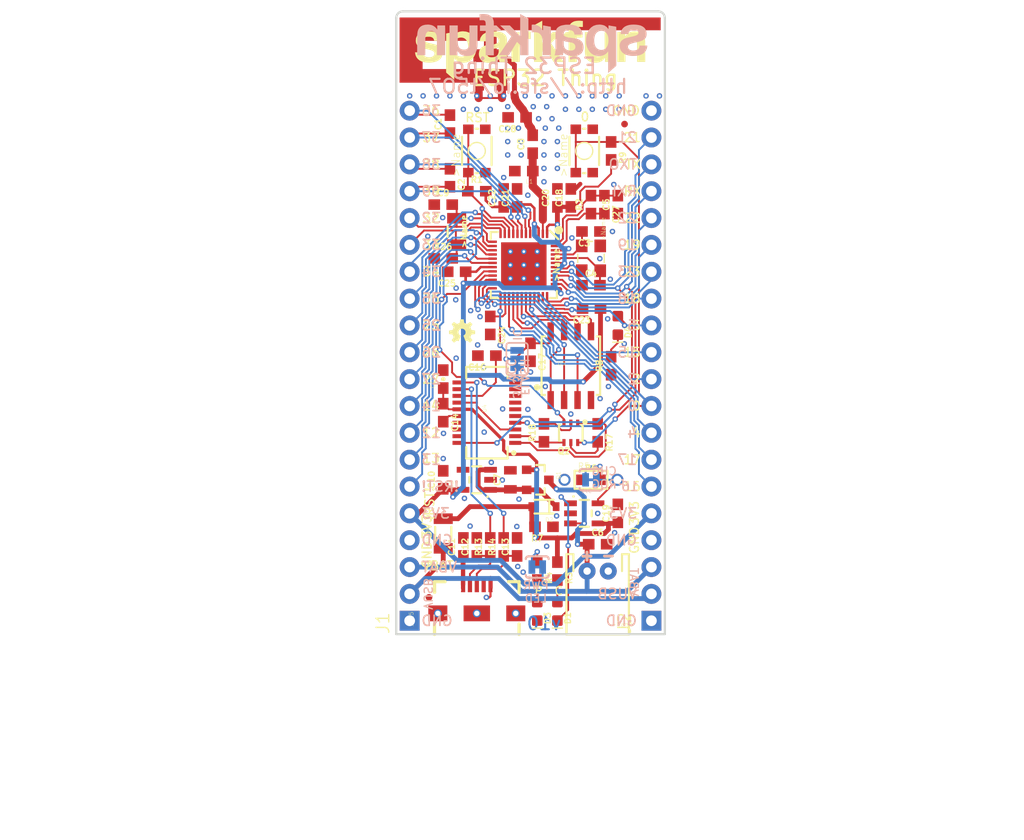
<source format=kicad_pcb>
(kicad_pcb (version 20171130) (host pcbnew "(5.1.10)-1")
  (layers (0 Top signal) (31 Bottom signal) (34 B.Paste user) (35 F.Paste user) (36 B.SilkS user) (37 F.SilkS user) (38 B.Mask user) (39 F.Mask user) (44 Edge.Cuts user))
  (net 0 "")
  (net 1 3.3V)
  (net 2 GND)
  (net 3 V_USB)
  (net 4 VIN)
  (net 5 V_BATT)
  (net 6 /CHIP_PU)
  (net 7 "Net-(C3-Pad2)")
  (net 8 "Net-(C4-Pad2)")
  (net 9 /36)
  (net 10 /37)
  (net 11 /39)
  (net 12 /38)
  (net 13 "Net-(C27-Pad1)")
  (net 14 "Net-(C27-Pad2)")
  (net 15 "Net-(C17-Pad1)")
  (net 16 /FLASH_SHD)
  (net 17 /FLASH_SCK)
  (net 18 /FLASH_SDI)
  (net 19 /FLASH_SWP)
  (net 20 /FLASH_SDO)
  (net 21 /FLASH_SCS)
  (net 22 /FLASH_VDD)
  (net 23 "Net-(C8-Pad1)")
  (net 24 "Net-(C28-Pad1)")
  (net 25 /VUSB-RAW)
  (net 26 "Net-(U4-Pad10)")
  (net 27 "Net-(U4-Pad9)")
  (net 28 "Net-(U4-Pad8)")
  (net 29 "Net-(U4-Pad7)")
  (net 30 /DTR)
  (net 31 /RTS)
  (net 32 /3.3V_F)
  (net 33 /U0TXD)
  (net 34 "Net-(U4-Pad5)")
  (net 35 /U0RXD)
  (net 36 "Net-(U4-Pad19)")
  (net 37 "Net-(U4-Pad18)")
  (net 38 "Net-(U4-Pad17)")
  (net 39 "Net-(R14-Pad2)")
  (net 40 "Net-(R13-Pad2)")
  (net 41 /D-)
  (net 42 /D+)
  (net 43 /SHIELD)
  (net 44 "Net-(JP15-PadID)")
  (net 45 "Net-(R5-Pad2)")
  (net 46 "Net-(D1-PadC)")
  (net 47 "Net-(D1-PadA)")
  (net 48 "Net-(U3-Pad4)")
  (net 49 "Net-(R6-Pad2)")
  (net 50 "Net-(Q2-Pad5)")
  (net 51 "Net-(Q2-Pad2)")
  (net 52 /0)
  (net 53 "Net-(D3-PadA)")
  (net 54 "Net-(R4-Pad1)")
  (net 55 /32K_XN)
  (net 56 /32K_XP)
  (net 57 /34)
  (net 58 /35)
  (net 59 /25)
  (net 60 /26)
  (net 61 /27)
  (net 62 /14)
  (net 63 /12)
  (net 64 /13)
  (net 65 /21)
  (net 66 /22)
  (net 67 /19)
  (net 68 /23)
  (net 69 /18)
  (net 70 /5)
  (net 71 /15)
  (net 72 /2)
  (net 73 /4)
  (net 74 /17)
  (net 75 /16)
  (net 76 "Net-(D4-PadC)")
  (module esp32-thing:TACTILE_SWITCH_SMD_4.6X2.8MM (layer Top) (at 143.4211 88.7476 90)
    (fp_text reference S1 hide)
    (fp_text value RESET hide)
    (fp_text user >Name (at -2.54 -1.524 90) (layer F.SilkS) (effects (font (size 0.77216 0.77216) (thickness 0.065024)) (justify left bottom)))
    (pad 4 smd rect (at -2.05 -0.8 90) (size 0.9 1) (layers Top F.Paste F.Mask) (net 6 /CHIP_PU))
    (pad 1 smd rect (at -2.05 0.8 90) (size 0.9 1) (layers Top F.Paste F.Mask) (net 2 GND))
    (pad 2 smd rect (at 2.05 0.8 90) (size 0.9 1) (layers Top F.Paste F.Mask) (net 2 GND))
    (pad 3 smd rect (at 2.05 -0.8 90) (size 0.9 1) (layers Top F.Paste F.Mask) (net 6 /CHIP_PU))
  )
  (module esp32-thing:0603 (layer Top) (at 143.4211 92.5576)
    (fp_text reference R1 (at 0 -0.762) (layer F.SilkS) (effects (font (size 0.57912 0.57912) (thickness 0.12192)) (justify bottom)))
    (fp_text value 10k)
    (pad 2 smd rect (at 0.85 0) (size 1.1 1) (layers Top F.Paste F.Mask) (net 1 3.3V))
    (pad 1 smd rect (at -0.85 0) (size 1.1 1) (layers Top F.Paste F.Mask) (net 6 /CHIP_PU))
  )
  (module esp32-thing:CRYSTAL-SMD-3.2X2.5 (layer Top) (at 154.2161 98.9076 270)
    (fp_text reference Y1 hide)
    (fp_text value 26MHz hide)
    (fp_text user >Name (at -1.651 -1.397 270) (layer F.SilkS) (effects (font (size 0.41021 0.41021) (thickness 0.034544)) (justify left bottom)))
    (pad 2 smd rect (at 1.175 0.875 270) (size 1.2 1.1) (layers Top F.Paste F.Mask) (net 2 GND))
    (pad 4 smd rect (at -1.175 -0.875 90) (size 1.2 1.1) (layers Top F.Paste F.Mask) (net 2 GND))
    (pad 1 smd rect (at -1.175 0.875 90) (size 1.2 1.1) (layers Top F.Paste F.Mask) (net 7 "Net-(C3-Pad2)"))
    (pad 3 smd rect (at 1.175 -0.875 270) (size 1.2 1.1) (layers Top F.Paste F.Mask) (net 8 "Net-(C4-Pad2)"))
  )
  (module esp32-thing:0603 (layer Top) (at 154.2161 96.3676 180)
    (fp_text reference C3 (at 0 -0.762 180) (layer F.SilkS) (effects (font (size 0.57912 0.57912) (thickness 0.12192)) (justify right top)))
    (fp_text value 10pF)
    (pad 2 smd rect (at 0.85 0 180) (size 1.1 1) (layers Top F.Paste F.Mask) (net 7 "Net-(C3-Pad2)"))
    (pad 1 smd rect (at -0.85 0 180) (size 1.1 1) (layers Top F.Paste F.Mask) (net 2 GND))
  )
  (module esp32-thing:0603 (layer Top) (at 154.2161 101.4476)
    (fp_text reference C4 (at 0 -0.762) (layer F.SilkS) (effects (font (size 0.57912 0.57912) (thickness 0.12192)) (justify bottom)))
    (fp_text value 10pF)
    (pad 2 smd rect (at 0.85 0) (size 1.1 1) (layers Top F.Paste F.Mask) (net 8 "Net-(C4-Pad2)"))
    (pad 1 smd rect (at -0.85 0) (size 1.1 1) (layers Top F.Paste F.Mask) (net 2 GND))
  )
  (module esp32-thing:0603 (layer Top) (at 140.8811 86.2076 90)
    (fp_text reference C1 (at 0 -0.762 90) (layer F.SilkS) (effects (font (size 0.57912 0.57912) (thickness 0.12192)) (justify bottom)))
    (fp_text value 270pF)
    (pad 2 smd rect (at 0.85 0 90) (size 1.1 1) (layers Top F.Paste F.Mask) (net 9 /36))
    (pad 1 smd rect (at -0.85 0 90) (size 1.1 1) (layers Top F.Paste F.Mask) (net 10 /37))
  )
  (module esp32-thing:0603 (layer Top) (at 140.8811 91.2876 270)
    (fp_text reference C2 (at 0 -0.762 270) (layer F.SilkS) (effects (font (size 0.57912 0.57912) (thickness 0.12192)) (justify right top)))
    (fp_text value 270pF)
    (pad 2 smd rect (at 0.85 0 270) (size 1.1 1) (layers Top F.Paste F.Mask) (net 11 /39))
    (pad 1 smd rect (at -0.85 0 270) (size 1.1 1) (layers Top F.Paste F.Mask) (net 12 /38))
  )
  (module esp32-thing:0603 (layer Top) (at 156.7561 93.8276 90)
    (fp_text reference C5 (at 0 -0.762 90) (layer F.SilkS) (effects (font (size 0.57912 0.57912) (thickness 0.12192)) (justify bottom)))
    (fp_text value 10nF)
    (pad 2 smd rect (at 0.85 0 90) (size 1.1 1) (layers Top F.Paste F.Mask) (net 13 "Net-(C27-Pad1)"))
    (pad 1 smd rect (at -0.85 0 90) (size 1.1 1) (layers Top F.Paste F.Mask) (net 2 GND))
  )
  (module esp32-thing:0603 (layer Top) (at 154.2161 93.8276 90)
    (fp_text reference R2 (at 0 -0.762 90) (layer F.SilkS) (effects (font (size 0.57912 0.57912) (thickness 0.12192)) (justify bottom)))
    (fp_text value 20k)
    (pad 2 smd rect (at 0.85 0 90) (size 1.1 1) (layers Top F.Paste F.Mask) (net 13 "Net-(C27-Pad1)"))
    (pad 1 smd rect (at -0.85 0 90) (size 1.1 1) (layers Top F.Paste F.Mask) (net 14 "Net-(C27-Pad2)"))
  )
  (module esp32-thing:SOIC-8 (layer Top) (at 152.3111 109.0676)
    (fp_text reference U5 (at -1.27 0) (layer F.SilkS) (effects (font (size 0.38608 0.38608) (thickness 0.032512)) (justify left bottom)))
    (fp_text value W25Q32FVSS)
    (pad 8 smd rect (at -1.905 -3.2512) (size 0.6096 1.7018) (layers Top F.Paste F.Mask) (net 15 "Net-(C17-Pad1)"))
    (pad 7 smd rect (at -0.635 -3.2512) (size 0.6096 1.7018) (layers Top F.Paste F.Mask) (net 16 /FLASH_SHD))
    (pad 6 smd rect (at 0.635 -3.2512) (size 0.6096 1.7018) (layers Top F.Paste F.Mask) (net 17 /FLASH_SCK))
    (pad 5 smd rect (at 1.905 -3.2512) (size 0.6096 1.7018) (layers Top F.Paste F.Mask) (net 18 /FLASH_SDI))
    (pad 4 smd rect (at 1.905 3.2512) (size 0.6096 1.7018) (layers Top F.Paste F.Mask) (net 2 GND))
    (pad 3 smd rect (at 0.635 3.2512) (size 0.6096 1.7018) (layers Top F.Paste F.Mask) (net 19 /FLASH_SWP))
    (pad 2 smd rect (at -0.635 3.2512) (size 0.6096 1.7018) (layers Top F.Paste F.Mask) (net 20 /FLASH_SDO))
    (pad 1 smd rect (at -1.905 3.2512) (size 0.6096 1.7018) (layers Top F.Paste F.Mask) (net 21 /FLASH_SCS))
  )
  (module esp32-thing:0603 (layer Top) (at 148.5011 107.7976 270)
    (fp_text reference C17 (at 0 -0.762 270) (layer F.SilkS) (effects (font (size 0.57912 0.57912) (thickness 0.12192)) (justify right top)))
    (fp_text value 0.1uF)
    (pad 2 smd rect (at 0.85 0 270) (size 1.1 1) (layers Top F.Paste F.Mask) (net 2 GND))
    (pad 1 smd rect (at -0.85 0 270) (size 1.1 1) (layers Top F.Paste F.Mask) (net 15 "Net-(C17-Pad1)"))
  )
  (module esp32-thing:PAD-JUMPER-3-2OF3_NC_BY_TRACE_YES_SILK_FULL_BOX (layer Bottom) (at 147.2311 108.4326 270)
    (fp_text reference SJ3 (at -1.27 1.27 270) (layer B.SilkS) (effects (font (size 0.38608 0.38608) (thickness 0.032512)) (justify right bottom mirror)))
    (fp_text value JUMPER-PAD-3-2OF3_NC_BY_TRACE_SMALL)
    (fp_line (start 0 0) (end 0.635 0) (layer Bottom) (width 0.2032))
    (pad 3 smd rect (at 0.8128 0 270) (size 0.635 1.27) (layers Bottom B.Mask) (net 1 3.3V))
    (pad 2 smd rect (at 0 0 270) (size 0.635 1.27) (layers Bottom B.Mask) (net 15 "Net-(C17-Pad1)"))
    (pad 1 smd rect (at -0.8128 0 270) (size 0.635 1.27) (layers Bottom B.Mask) (net 22 /FLASH_VDD))
  )
  (module esp32-thing:CREATIVE_COMMONS (layer Top) (at 118.6561 153.5176)
    (fp_text reference FRAME1 hide)
    (fp_text value FRAME-LEDGER hide)
  )
  (module esp32-thing:0603 (layer Top) (at 147.8661 90.6526 180)
    (fp_text reference L1 (at -0.889 -0.762 180) (layer F.SilkS) (effects (font (size 0.38608 0.38608) (thickness 0.032512)) (justify right top)))
    (fp_text value 2.7nH)
    (pad 2 smd rect (at 0.85 0 180) (size 1.1 1) (layers Top F.Paste F.Mask) (net 2 GND))
    (pad 1 smd rect (at -0.85 0 180) (size 1.1 1) (layers Top F.Paste F.Mask) (net 23 "Net-(C8-Pad1)"))
  )
  (module esp32-thing:0603 (layer Top) (at 147.2311 85.5726 180)
    (fp_text reference C28 (at 0 -0.762 180) (layer F.SilkS) (effects (font (size 0.57912 0.57912) (thickness 0.12192)) (justify right top)))
    (fp_text value 2.4pF)
    (pad 2 smd rect (at 0.85 0 180) (size 1.1 1) (layers Top F.Paste F.Mask) (net 2 GND))
    (pad 1 smd rect (at -0.85 0 180) (size 1.1 1) (layers Top F.Paste F.Mask) (net 24 "Net-(C28-Pad1)"))
  )
  (module esp32-thing:0603 (layer Top) (at 148.7043 88.1126 90)
    (fp_text reference C8 (at 0 -0.762 90) (layer F.SilkS) (effects (font (size 0.57912 0.57912) (thickness 0.12192)) (justify bottom)))
    (fp_text value 5.6pF)
    (pad 2 smd rect (at 0.85 0 90) (size 1.1 1) (layers Top F.Paste F.Mask) (net 24 "Net-(C28-Pad1)"))
    (pad 1 smd rect (at -0.85 0 90) (size 1.1 1) (layers Top F.Paste F.Mask) (net 23 "Net-(C8-Pad1)"))
  )
  (module esp32-thing:TRACE_ANTENNA_2.4GHZ_25.7MM_TUNED (layer Top) (at 146.9771 83.0326)
    (fp_text reference E1 hide)
    (fp_text value ANTENNA hide)
    (fp_poly (pts (xy -0.23 0) (xy -0.23 -2.28) (xy -0.73 -2.69) (xy -3.88 -2.69) (xy -3.88 -3.9) (xy -2.88 -3.9) (xy -2.88 -4.7) (xy -8.68 -4.7) (xy -8.68 -2.03) (xy -0.68 -2.03) (xy -0.68 0) (xy -1.68 0) (xy -1.68 -0.7) (xy -2.88 -0.7) (xy -2.88 0) (xy -3.88 0) (xy -3.88 -0.74) (xy -10.86 -0.74) (xy -10.86 -6.91) (xy 13.831 -6.91) (xy 13.831 -5.7) (xy -1.68 -5.7) (xy -1.68 -3.9) (xy -0.68 -3.9) (xy -0.68 -3.29) (xy 0.23 -2.53) (xy 0.23 0)) (layer Top) (width 0))
    (pad GND2 smd rect (at -3.38 -0.23) (size 1 0.46) (layers Top F.Mask) (net 2 GND))
    (pad GND smd rect (at -1.18 -0.23) (size 1 0.46) (layers Top F.Mask) (net 2 GND))
    (pad ANT smd rect (at 0 -0.23) (size 0.46 0.46) (layers Top F.Mask) (net 24 "Net-(C28-Pad1)"))
  )
  (module esp32-thing:0603 (layer Top) (at 142.1511 126.2126 90)
    (fp_text reference C11 (at 0 -0.762 90) (layer F.SilkS) (effects (font (size 0.57912 0.57912) (thickness 0.12192)) (justify bottom)))
    (fp_text value 0.1uF)
    (pad 2 smd rect (at 0.85 0 90) (size 1.1 1) (layers Top F.Paste F.Mask) (net 2 GND))
    (pad 1 smd rect (at -0.85 0 90) (size 1.1 1) (layers Top F.Paste F.Mask) (net 25 /VUSB-RAW))
  )
  (module esp32-thing:0603 (layer Top) (at 140.2461 113.5126 270)
    (fp_text reference C14 (at 0 -0.762 270) (layer F.SilkS) (effects (font (size 0.57912 0.57912) (thickness 0.12192)) (justify right top)))
    (fp_text value 0.1uF)
    (pad 2 smd rect (at 0.85 0 270) (size 1.1 1) (layers Top F.Paste F.Mask) (net 2 GND))
    (pad 1 smd rect (at -0.85 0 270) (size 1.1 1) (layers Top F.Paste F.Mask) (net 3 V_USB))
  )
  (module esp32-thing:SSOP20_L (layer Top) (at 144.3736 113.5126 90)
    (fp_text reference U4 (at 0 0 90) (layer F.SilkS) (effects (font (size 0.38608 0.38608) (thickness 0.032512)) (justify left bottom)))
    (fp_text value FT231XS)
    (pad 10 smd rect (at 2.8575 2.6797 270) (size 0.381 1.143) (layers Top F.Paste F.Mask) (net 26 "Net-(U4-Pad10)"))
    (pad 9 smd rect (at 2.2225 2.6797 270) (size 0.381 1.143) (layers Top F.Paste F.Mask) (net 27 "Net-(U4-Pad9)"))
    (pad 8 smd rect (at 1.5875 2.6797 270) (size 0.381 1.143) (layers Top F.Paste F.Mask) (net 28 "Net-(U4-Pad8)"))
    (pad 7 smd rect (at 0.9525 2.6797 270) (size 0.381 1.143) (layers Top F.Paste F.Mask) (net 29 "Net-(U4-Pad7)"))
    (pad 1 smd rect (at -2.8575 2.6797 270) (size 0.381 1.143) (layers Top F.Paste F.Mask) (net 30 /DTR))
    (pad 2 smd rect (at -2.2225 2.6797 270) (size 0.381 1.143) (layers Top F.Paste F.Mask) (net 31 /RTS))
    (pad 3 smd rect (at -1.5875 2.6797 270) (size 0.381 1.143) (layers Top F.Paste F.Mask) (net 32 /3.3V_F))
    (pad 4 smd rect (at -0.9525 2.6797 270) (size 0.381 1.143) (layers Top F.Paste F.Mask) (net 33 /U0TXD))
    (pad 5 smd rect (at -0.3175 2.6797 270) (size 0.381 1.143) (layers Top F.Paste F.Mask) (net 34 "Net-(U4-Pad5)"))
    (pad 6 smd rect (at 0.3175 2.6797 270) (size 0.381 1.143) (layers Top F.Paste F.Mask) (net 2 GND))
    (pad 20 smd rect (at -2.8575 -2.6797 90) (size 0.381 1.143) (layers Top F.Paste F.Mask) (net 35 /U0RXD))
    (pad 19 smd rect (at -2.2225 -2.6797 90) (size 0.381 1.143) (layers Top F.Paste F.Mask) (net 36 "Net-(U4-Pad19)"))
    (pad 18 smd rect (at -1.5875 -2.6797 90) (size 0.381 1.143) (layers Top F.Paste F.Mask) (net 37 "Net-(U4-Pad18)"))
    (pad 17 smd rect (at -0.9525 -2.6797 90) (size 0.381 1.143) (layers Top F.Paste F.Mask) (net 38 "Net-(U4-Pad17)"))
    (pad 11 smd rect (at 2.8575 -2.6797 90) (size 0.381 1.143) (layers Top F.Paste F.Mask) (net 39 "Net-(R14-Pad2)"))
    (pad 12 smd rect (at 2.2225 -2.6797 90) (size 0.381 1.143) (layers Top F.Paste F.Mask) (net 40 "Net-(R13-Pad2)"))
    (pad 13 smd rect (at 1.5875 -2.6797 90) (size 0.381 1.143) (layers Top F.Paste F.Mask) (net 32 /3.3V_F))
    (pad 14 smd rect (at 0.9525 -2.6797 90) (size 0.381 1.143) (layers Top F.Paste F.Mask) (net 32 /3.3V_F))
    (pad 15 smd rect (at 0.3175 -2.6797 90) (size 0.381 1.143) (layers Top F.Paste F.Mask) (net 3 V_USB))
    (pad 16 smd rect (at -0.3175 -2.6797 90) (size 0.381 1.143) (layers Top F.Paste F.Mask) (net 2 GND))
  )
  (module esp32-thing:0603 (layer Top) (at 144.6911 126.2126 90)
    (fp_text reference R13 (at 0 -0.762 90) (layer F.SilkS) (effects (font (size 0.57912 0.57912) (thickness 0.12192)) (justify bottom)))
    (fp_text value 27)
    (pad 2 smd rect (at 0.85 0 90) (size 1.1 1) (layers Top F.Paste F.Mask) (net 40 "Net-(R13-Pad2)"))
    (pad 1 smd rect (at -0.85 0 90) (size 1.1 1) (layers Top F.Paste F.Mask) (net 41 /D-))
  )
  (module esp32-thing:0603 (layer Top) (at 145.9611 126.2126 90)
    (fp_text reference R14 (at 0 -0.762 90) (layer F.SilkS) (effects (font (size 0.57912 0.57912) (thickness 0.12192)) (justify bottom)))
    (fp_text value 27)
    (pad 2 smd rect (at 0.85 0 90) (size 1.1 1) (layers Top F.Paste F.Mask) (net 39 "Net-(R14-Pad2)"))
    (pad 1 smd rect (at -0.85 0 90) (size 1.1 1) (layers Top F.Paste F.Mask) (net 42 /D+))
  )
  (module esp32-thing:0603 (layer Top) (at 147.2311 126.2126 90)
    (fp_text reference C13 (at 0 -0.762 90) (layer F.SilkS) (effects (font (size 0.57912 0.57912) (thickness 0.12192)) (justify bottom)))
    (fp_text value 47pF)
    (pad 2 smd rect (at 0.85 0 90) (size 1.1 1) (layers Top F.Paste F.Mask) (net 2 GND))
    (pad 1 smd rect (at -0.85 0 90) (size 1.1 1) (layers Top F.Paste F.Mask) (net 42 /D+))
  )
  (module esp32-thing:0603 (layer Top) (at 143.4211 126.2126 90)
    (fp_text reference C12 (at 0 -0.762 90) (layer F.SilkS) (effects (font (size 0.57912 0.57912) (thickness 0.12192)) (justify bottom)))
    (fp_text value 47pF)
    (pad 2 smd rect (at 0.85 0 90) (size 1.1 1) (layers Top F.Paste F.Mask) (net 2 GND))
    (pad 1 smd rect (at -0.85 0 90) (size 1.1 1) (layers Top F.Paste F.Mask) (net 41 /D-))
  )
  (module esp32-thing:0603 (layer Top) (at 144.3736 108.1151 180)
    (fp_text reference C16 (at 0 -0.762 180) (layer F.SilkS) (effects (font (size 0.57912 0.57912) (thickness 0.12192)) (justify right top)))
    (fp_text value 0.1uF)
    (pad 2 smd rect (at 0.85 0 180) (size 1.1 1) (layers Top F.Paste F.Mask) (net 2 GND))
    (pad 1 smd rect (at -0.85 0 180) (size 1.1 1) (layers Top F.Paste F.Mask) (net 32 /3.3V_F))
  )
  (module esp32-thing:PTC-1206 (layer Top) (at 140.2461 124.9426 90)
    (fp_text reference F1 hide)
    (fp_text value 500mA hide)
    (fp_text user >Name (at -1.524 -1.27 90) (layer F.SilkS) (effects (font (size 0.38608 0.38608) (thickness 0.032512)) (justify left bottom)))
    (pad 2 smd rect (at 1.4 0 90) (size 1 1.8) (layers Top F.Paste F.Mask) (net 3 V_USB))
    (pad 1 smd rect (at -1.4 0 90) (size 1 1.8) (layers Top F.Paste F.Mask) (net 25 /VUSB-RAW))
  )
  (module esp32-thing:USB-B-MICRO-SMD_V03 (layer Top) (at 143.4211 132.4991 90)
    (fp_text reference JP15 (at -1.27 -5.969 90) (layer F.SilkS) (effects (font (size 0.38608 0.38608) (thickness 0.032512)) (justify left bottom)))
    (fp_text value USB_MICROB_PLUGCONN-11752)
    (pad SHIELD2 smd rect (at 0 3.685 180) (size 1.8 1.5) (layers Top F.Mask) (net 43 /SHIELD))
    (pad SHIELD3 smd rect (at 0 0 180) (size 2.5 1.5) (layers Top F.Mask) (net 43 /SHIELD))
    (pad SHIELD1 smd rect (at 0 -3.685 180) (size 1.8 1.5) (layers Top F.Mask) (net 43 /SHIELD))
    (pad "" np_thru_hole circle (at 2.2 1.9 90) (size 0.85 0.85) (drill 0.85) (layers *.Cu *.Mask))
    (pad "" np_thru_hole circle (at 2.2 -1.9 90) (size 0.85 0.85) (drill 0.85) (layers *.Cu *.Mask))
    (pad GND smd rect (at 2.725 1.3 180) (size 0.4 1.45) (layers Top F.Paste F.Mask) (net 2 GND))
    (pad ID smd rect (at 2.725 0.65 180) (size 0.4 1.45) (layers Top F.Paste F.Mask) (net 44 "Net-(JP15-PadID)"))
    (pad VBUS smd rect (at 2.725 -1.3 180) (size 0.4 1.45) (layers Top F.Paste F.Mask) (net 25 /VUSB-RAW))
    (pad D- smd rect (at 2.725 -0.65 180) (size 0.4 1.45) (layers Top F.Paste F.Mask) (net 41 /D-))
    (pad D+ smd rect (at 2.725 0 180) (size 0.4 1.45) (layers Top F.Paste F.Mask) (net 42 /D+))
  )
  (module esp32-thing:0603-CAP (layer Top) (at 140.2461 110.3376 90)
    (fp_text reference C15 (at -0.889 -0.762 90) (layer F.SilkS) (effects (font (size 0.38608 0.38608) (thickness 0.032512)) (justify left bottom)))
    (fp_text value 4.7uF)
    (pad 2 smd rect (at 0.85 0 90) (size 1.1 1) (layers Top F.Paste F.Mask) (net 2 GND))
    (pad 1 smd rect (at -0.85 0 90) (size 1.1 1) (layers Top F.Paste F.Mask) (net 3 V_USB))
  )
  (module esp32-thing:0805 (layer Top) (at 146.5961 119.8626 90)
    (fp_text reference C7 (at 0 -0.889 90) (layer F.SilkS) (effects (font (size 0.57912 0.57912) (thickness 0.12192)) (justify bottom)))
    (fp_text value 1.0uF)
    (pad 2 smd rect (at 0.9 0 90) (size 0.8 1.2) (layers Top F.Paste F.Mask) (net 2 GND))
    (pad 1 smd rect (at -0.9 0 90) (size 0.8 1.2) (layers Top F.Paste F.Mask) (net 4 VIN))
  )
  (module esp32-thing:0603 (layer Top) (at 140.2461 119.8626 90)
    (fp_text reference C10 (at 0 -0.762 90) (layer F.SilkS) (effects (font (size 0.57912 0.57912) (thickness 0.12192)) (justify bottom)))
    (fp_text value 2.2uF)
    (pad 2 smd rect (at 0.85 0 90) (size 1.1 1) (layers Top F.Paste F.Mask) (net 2 GND))
    (pad 1 smd rect (at -0.85 0 90) (size 1.1 1) (layers Top F.Paste F.Mask) (net 1 3.3V))
  )
  (module esp32-thing:SOT23-5 (layer Top) (at 153.5811 123.0376 270)
    (fp_text reference U1 (at -0.889 -2.159 270) (layer F.SilkS) (effects (font (size 0.38608 0.38608) (thickness 0.032512)) (justify right top)))
    (fp_text value MCP73831)
    (pad 5 smd rect (at -0.95 -1.3001 270) (size 0.55 1.2) (layers Top F.Paste F.Mask) (net 45 "Net-(R5-Pad2)"))
    (pad 4 smd rect (at 0.95 -1.3001 270) (size 0.55 1.2) (layers Top F.Paste F.Mask) (net 3 V_USB))
    (pad 3 smd rect (at 0.95 1.3001 270) (size 0.55 1.2) (layers Top F.Paste F.Mask) (net 5 V_BATT))
    (pad 2 smd rect (at 0 1.3001 270) (size 0.55 1.2) (layers Top F.Paste F.Mask) (net 2 GND))
    (pad 1 smd rect (at -0.95 1.3001 270) (size 0.55 1.2) (layers Top F.Paste F.Mask) (net 46 "Net-(D1-PadC)"))
  )
  (module esp32-thing:0603 (layer Top) (at 154.8511 125.9586)
    (fp_text reference C6 (at 0 -0.762) (layer F.SilkS) (effects (font (size 0.57912 0.57912) (thickness 0.12192)) (justify bottom)))
    (fp_text value 4.7uF)
    (pad 2 smd rect (at 0.85 0) (size 1.1 1) (layers Top F.Paste F.Mask) (net 2 GND))
    (pad 1 smd rect (at -0.85 0) (size 1.1 1) (layers Top F.Paste F.Mask) (net 5 V_BATT))
  )
  (module esp32-thing:SOD-323 (layer Top) (at 149.7711 122.4026 180)
    (fp_text reference D2 (at -0.889 -1.016 180) (layer F.SilkS) (effects (font (size 0.38608 0.38608) (thickness 0.032512)) (justify right top)))
    (fp_text value BAT20J)
    (pad A smd rect (at 1.15 0 180) (size 0.63 0.83) (layers Top F.Paste F.Mask) (net 3 V_USB))
    (pad C smd rect (at -1.15 0 180) (size 0.63 0.83) (layers Top F.Paste F.Mask) (net 4 VIN))
  )
  (module esp32-thing:0603 (layer Top) (at 149.7711 124.3076 180)
    (fp_text reference R7 (at 0 -0.762 180) (layer F.SilkS) (effects (font (size 0.57912 0.57912) (thickness 0.12192)) (justify right top)))
    (fp_text value 10k)
    (pad 2 smd rect (at 0.85 0 180) (size 1.1 1) (layers Top F.Paste F.Mask) (net 3 V_USB))
    (pad 1 smd rect (at -0.85 0 180) (size 1.1 1) (layers Top F.Paste F.Mask) (net 2 GND))
  )
  (module esp32-thing:JST-2-PTH (layer Top) (at 154.8511 128.4986 180)
    (fp_text reference JP2 hide)
    (fp_text value LiPo hide)
    (fp_text user >Name (at -1.27 -5.27 180) (layer F.SilkS) (effects (font (size 0.38608 0.38608) (thickness 0.032512)) (justify left bottom)))
    (pad 2 thru_hole circle (at 1 0 180) (size 1.6 1.6) (drill 0.7) (layers *.Cu *.Mask) (net 5 V_BATT))
    (pad 1 thru_hole circle (at -1 0 180) (size 1.6 1.6) (drill 0.7) (layers *.Cu *.Mask) (net 2 GND))
  )
  (module esp32-thing:LED-0603 (layer Top) (at 151.0411 132.3086 180)
    (fp_text reference D1 (at -0.635 0 270) (layer F.SilkS) (effects (font (size 0.57912 0.57912) (thickness 0.12192)) (justify right top)))
    (fp_text value Yellow)
    (pad A smd roundrect (at 0 0.877 180) (size 1 1) (layers Top F.Paste F.Mask) (roundrect_rratio 0.15) (net 47 "Net-(D1-PadA)"))
    (pad C smd roundrect (at 0 -0.877 180) (size 1 1) (layers Top F.Paste F.Mask) (roundrect_rratio 0.15) (net 46 "Net-(D1-PadC)"))
  )
  (module esp32-thing:0603 (layer Top) (at 151.0411 128.4986 270)
    (fp_text reference R3 (at 0 -0.762 270) (layer F.SilkS) (effects (font (size 0.57912 0.57912) (thickness 0.12192)) (justify right top)))
    (fp_text value 1K)
    (pad 2 smd rect (at 0.85 0 270) (size 1.1 1) (layers Top F.Paste F.Mask) (net 47 "Net-(D1-PadA)"))
    (pad 1 smd rect (at -0.85 0 270) (size 1.1 1) (layers Top F.Paste F.Mask) (net 3 V_USB))
  )
  (module esp32-thing:SOT23-5 (layer Top) (at 143.4211 119.8626 90)
    (fp_text reference U3 (at -0.889 -2.159 90) (layer F.SilkS) (effects (font (size 0.38608 0.38608) (thickness 0.032512)) (justify left bottom)))
    (fp_text value AP2112K-3.3V)
    (pad 5 smd rect (at -0.95 -1.3001 90) (size 0.55 1.2) (layers Top F.Paste F.Mask) (net 1 3.3V))
    (pad 4 smd rect (at 0.95 -1.3001 90) (size 0.55 1.2) (layers Top F.Paste F.Mask) (net 48 "Net-(U3-Pad4)"))
    (pad 3 smd rect (at 0.95 1.3001 90) (size 0.55 1.2) (layers Top F.Paste F.Mask) (net 4 VIN))
    (pad 2 smd rect (at 0 1.3001 90) (size 0.55 1.2) (layers Top F.Paste F.Mask) (net 2 GND))
    (pad 1 smd rect (at -0.95 1.3001 90) (size 0.55 1.2) (layers Top F.Paste F.Mask) (net 4 VIN))
  )
  (module esp32-thing:SOT23-3 (layer Top) (at 149.1361 119.8626 270)
    (fp_text reference Q1 (at -0.8255 -1.778 270) (layer F.SilkS) (effects (font (size 0.38608 0.38608) (thickness 0.032512)) (justify right top)))
    (fp_text value 2.5A/30V)
    (pad 3 smd rect (at 0 -1.1 270) (size 0.8 0.9) (layers Top F.Paste F.Mask) (net 5 V_BATT))
    (pad 2 smd rect (at 0.95 1 270) (size 0.8 0.9) (layers Top F.Paste F.Mask) (net 4 VIN))
    (pad 1 smd rect (at -0.95 1 270) (size 0.8 0.9) (layers Top F.Paste F.Mask) (net 3 V_USB))
  )
  (module esp32-thing:0603 (layer Top) (at 154.2161 119.8626)
    (fp_text reference R6 (at 0 -0.762) (layer F.SilkS) (effects (font (size 0.57912 0.57912) (thickness 0.12192)) (justify bottom)))
    (fp_text value 2.0k)
    (pad 2 smd rect (at 0.85 0) (size 1.1 1) (layers Top F.Paste F.Mask) (net 49 "Net-(R6-Pad2)"))
    (pad 1 smd rect (at -0.85 0) (size 1.1 1) (layers Top F.Paste F.Mask) (net 2 GND))
  )
  (module esp32-thing:1_6W-RES (layer Top) (at 154.2161 119.8626)
    (fp_text reference R5 (at -1.2662 -0.9552) (layer F.SilkS) (effects (font (size 0.57912 0.57912) (thickness 0.046329)) (justify left bottom)))
    (fp_text value DNP hide)
    (pad 2 thru_hole circle (at 2.5 0) (size 1.143 1.143) (drill 0.762) (layers *.Cu *.Mask) (net 45 "Net-(R5-Pad2)"))
    (pad 1 thru_hole circle (at -2.5 0) (size 1.143 1.143) (drill 0.762) (layers *.Cu *.Mask) (net 2 GND))
  )
  (module esp32-thing:PAD-JUMPER-2-NC_BY_TRACE_YES_SILK (layer Bottom) (at 154.2161 119.8626)
    (fp_text reference SJ1 (at -0.9525 1.27) (layer B.SilkS) (effects (font (size 0.38608 0.38608) (thickness 0.032512)) (justify right bottom mirror)))
    (fp_text value JUMPER-PAD-2-NC_BY_TRACE)
    (fp_line (start -0.381 0) (end 0.381 0) (layer Bottom) (width 0.254))
    (pad 2 smd rect (at 0.508 0) (size 0.635 1.27) (layers Bottom B.Mask) (net 45 "Net-(R5-Pad2)"))
    (pad 1 smd rect (at -0.508 0) (size 0.635 1.27) (layers Bottom B.Mask) (net 49 "Net-(R6-Pad2)"))
  )
  (module esp32-thing:0603 (layer Top) (at 156.7561 123.0376 90)
    (fp_text reference C19 (at 0 -0.762 90) (layer F.SilkS) (effects (font (size 0.57912 0.57912) (thickness 0.12192)) (justify bottom)))
    (fp_text value 4.7uF)
    (pad 2 smd rect (at 0.85 0 90) (size 1.1 1) (layers Top F.Paste F.Mask) (net 2 GND))
    (pad 1 smd rect (at -0.85 0 90) (size 1.1 1) (layers Top F.Paste F.Mask) (net 3 V_USB))
  )
  (module esp32-thing:0603 (layer Top) (at 154.8511 115.4176 270)
    (fp_text reference R17 (at 0 -0.762 270) (layer F.SilkS) (effects (font (size 0.57912 0.57912) (thickness 0.12192)) (justify right top)))
    (fp_text value 10k)
    (pad 2 smd rect (at 0.85 0 270) (size 1.1 1) (layers Top F.Paste F.Mask) (net 50 "Net-(Q2-Pad5)"))
    (pad 1 smd rect (at -0.85 0 270) (size 1.1 1) (layers Top F.Paste F.Mask) (net 30 /DTR))
  )
  (module esp32-thing:0603 (layer Top) (at 149.7711 115.4176 90)
    (fp_text reference R18 (at 0 -0.762 90) (layer F.SilkS) (effects (font (size 0.57912 0.57912) (thickness 0.12192)) (justify bottom)))
    (fp_text value 10k)
    (pad 2 smd rect (at 0.85 0 90) (size 1.1 1) (layers Top F.Paste F.Mask) (net 51 "Net-(Q2-Pad2)"))
    (pad 1 smd rect (at -0.85 0 90) (size 1.1 1) (layers Top F.Paste F.Mask) (net 31 /RTS))
  )
  (module esp32-thing:0603 (layer Top) (at 152.3111 93.1926 90)
    (fp_text reference C18 (at 0 -0.762 90) (layer F.SilkS) (effects (font (size 0.57912 0.57912) (thickness 0.12192)) (justify bottom)))
    (fp_text value 100pF)
    (pad 2 smd rect (at 0.85 0 90) (size 1.1 1) (layers Top F.Paste F.Mask) (net 2 GND))
    (pad 1 smd rect (at -0.85 0 90) (size 1.1 1) (layers Top F.Paste F.Mask) (net 1 3.3V))
  )
  (module esp32-thing:0603 (layer Top) (at 151.0411 93.1926 90)
    (fp_text reference C20 (at 0 -0.762 90) (layer F.SilkS) (effects (font (size 0.57912 0.57912) (thickness 0.12192)) (justify bottom)))
    (fp_text value 0.1uF)
    (pad 2 smd rect (at 0.85 0 90) (size 1.1 1) (layers Top F.Paste F.Mask) (net 2 GND))
    (pad 1 smd rect (at -0.85 0 90) (size 1.1 1) (layers Top F.Paste F.Mask) (net 1 3.3V))
  )
  (module esp32-thing:0603 (layer Top) (at 147.2311 93.1926 90)
    (fp_text reference C21 (at 0 -0.762 90) (layer F.SilkS) (effects (font (size 0.57912 0.57912) (thickness 0.12192)) (justify bottom)))
    (fp_text value 0.1uF)
    (pad 2 smd rect (at 0.85 0 90) (size 1.1 1) (layers Top F.Paste F.Mask) (net 2 GND))
    (pad 1 smd rect (at -0.85 0 90) (size 1.1 1) (layers Top F.Paste F.Mask) (net 1 3.3V))
  )
  (module esp32-thing:0603 (layer Top) (at 145.9611 93.1926 90)
    (fp_text reference C22 (at 0 -0.762 90) (layer F.SilkS) (effects (font (size 0.57912 0.57912) (thickness 0.12192)) (justify bottom)))
    (fp_text value 10uF)
    (pad 2 smd rect (at 0.85 0 90) (size 1.1 1) (layers Top F.Paste F.Mask) (net 2 GND))
    (pad 1 smd rect (at -0.85 0 90) (size 1.1 1) (layers Top F.Paste F.Mask) (net 1 3.3V))
  )
  (module esp32-thing:0603 (layer Top) (at 154.2669 103.6574 180)
    (fp_text reference C23 (at 0 -0.762 180) (layer F.SilkS) (effects (font (size 0.57912 0.57912) (thickness 0.12192)) (justify right top)))
    (fp_text value 0.1uF)
    (pad 2 smd rect (at 0.85 0 180) (size 1.1 1) (layers Top F.Paste F.Mask) (net 2 GND))
    (pad 1 smd rect (at -0.85 0 180) (size 1.1 1) (layers Top F.Paste F.Mask) (net 1 3.3V))
  )
  (module esp32-thing:0603 (layer Top) (at 144.6911 105.2576 270)
    (fp_text reference C24 (at 0 -0.762 270) (layer F.SilkS) (effects (font (size 0.57912 0.57912) (thickness 0.12192)) (justify right top)))
    (fp_text value 1.0uF)
    (pad 2 smd rect (at 0.85 0 270) (size 1.1 1) (layers Top F.Paste F.Mask) (net 2 GND))
    (pad 1 smd rect (at -0.85 0 270) (size 1.1 1) (layers Top F.Paste F.Mask) (net 22 /FLASH_VDD))
  )
  (module esp32-thing:0603 (layer Top) (at 141.5161 100.1776 180)
    (fp_text reference C25 (at 0 -0.762 180) (layer F.SilkS) (effects (font (size 0.57912 0.57912) (thickness 0.12192)) (justify right top)))
    (fp_text value 0.1uF)
    (pad 2 smd rect (at 0.85 0 180) (size 1.1 1) (layers Top F.Paste F.Mask) (net 2 GND))
    (pad 1 smd rect (at -0.85 0 180) (size 1.1 1) (layers Top F.Paste F.Mask) (net 1 3.3V))
  )
  (module esp32-thing:SC70-6 (layer Top) (at 152.3111 115.4176 180)
    (fp_text reference Q2 (at 0 -1.397 180) (layer F.SilkS) (effects (font (size 0.57912 0.57912) (thickness 0.12192)) (justify right top)))
    (fp_text value MBT3904DW1T1)
    (pad 6 smd rect (at -0.65 -0.92 180) (size 0.3 0.66) (layers Top F.Paste F.Mask) (net 52 /0))
    (pad 5 smd rect (at 0 -0.92 180) (size 0.3 0.66) (layers Top F.Paste F.Mask) (net 50 "Net-(Q2-Pad5)"))
    (pad 3 smd rect (at 0.65 0.92) (size 0.3 0.66) (layers Top F.Paste F.Mask) (net 6 /CHIP_PU))
    (pad 1 smd rect (at -0.65 0.92) (size 0.3 0.66) (layers Top F.Paste F.Mask) (net 30 /DTR))
    (pad 2 smd rect (at 0 0.92) (size 0.3 0.66) (layers Top F.Paste F.Mask) (net 51 "Net-(Q2-Pad2)"))
    (pad 4 smd rect (at 0.65 -0.92 180) (size 0.3 0.66) (layers Top F.Paste F.Mask) (net 31 /RTS))
  )
  (module esp32-thing:LED-0603 (layer Top) (at 149.1361 132.3086 180)
    (fp_text reference D3 (at -0.635 0 270) (layer F.SilkS) (effects (font (size 0.57912 0.57912) (thickness 0.12192)) (justify right top)))
    (fp_text value RED)
    (pad A smd roundrect (at 0 0.877 180) (size 1 1) (layers Top F.Paste F.Mask) (roundrect_rratio 0.15) (net 53 "Net-(D3-PadA)"))
    (pad C smd roundrect (at 0 -0.877 180) (size 1 1) (layers Top F.Paste F.Mask) (roundrect_rratio 0.15) (net 2 GND))
  )
  (module esp32-thing:PAD-JUMPER-2-NC_BY_TRACE_YES_SILK (layer Bottom) (at 149.1361 128.1176)
    (fp_text reference SJ2 (at -0.9525 1.27) (layer B.SilkS) (effects (font (size 0.38608 0.38608) (thickness 0.032512)) (justify right bottom mirror)))
    (fp_text value JUMPER-PAD-2-NC_BY_TRACE)
    (fp_line (start -0.381 0) (end 0.381 0) (layer Bottom) (width 0.254))
    (pad 2 smd rect (at 0.508 0) (size 0.635 1.27) (layers Bottom B.Mask) (net 1 3.3V))
    (pad 1 smd rect (at -0.508 0) (size 0.635 1.27) (layers Bottom B.Mask) (net 54 "Net-(R4-Pad1)"))
  )
  (module esp32-thing:0603 (layer Top) (at 149.1361 128.4986 270)
    (fp_text reference R4 (at 0 -0.762 270) (layer F.SilkS) (effects (font (size 0.57912 0.57912) (thickness 0.12192)) (justify right top)))
    (fp_text value 1K)
    (pad 2 smd rect (at 0.85 0 270) (size 1.1 1) (layers Top F.Paste F.Mask) (net 53 "Net-(D3-PadA)"))
    (pad 1 smd rect (at -0.85 0 270) (size 1.1 1) (layers Top F.Paste F.Mask) (net 54 "Net-(R4-Pad1)"))
  )
  (module esp32-thing:CRYSTAL-SMD-3.2X1.5MM (layer Top) (at 141.5161 96.3676 270)
    (fp_text reference Y2 hide)
    (fp_text value 32.768kHz hide)
    (fp_text user >Name (at 0 -1.043 270) (layer F.SilkS) (effects (font (size 0.57912 0.57912) (thickness 0.12192)) (justify bottom)))
    (pad P$2 smd rect (at 1.25 0 270) (size 1 1.8) (layers Top F.Paste F.Mask) (net 55 /32K_XN))
    (pad P$1 smd rect (at -1.25 0 270) (size 1 1.8) (layers Top F.Paste F.Mask) (net 56 /32K_XP))
  )
  (module esp32-thing:0603 (layer Top) (at 140.2461 93.8276)
    (fp_text reference C9 (at 0 -0.762) (layer F.SilkS) (effects (font (size 0.57912 0.57912) (thickness 0.12192)) (justify bottom)))
    (fp_text value 15pF)
    (pad 2 smd rect (at 0.85 0) (size 1.1 1) (layers Top F.Paste F.Mask) (net 56 /32K_XP))
    (pad 1 smd rect (at -0.85 0) (size 1.1 1) (layers Top F.Paste F.Mask) (net 2 GND))
  )
  (module esp32-thing:0603 (layer Top) (at 140.2461 98.9076)
    (fp_text reference C26 (at 0 -0.762) (layer F.SilkS) (effects (font (size 0.57912 0.57912) (thickness 0.12192)) (justify bottom)))
    (fp_text value 15pF)
    (pad 2 smd rect (at 0.85 0) (size 1.1 1) (layers Top F.Paste F.Mask) (net 55 /32K_XN))
    (pad 1 smd rect (at -0.85 0) (size 1.1 1) (layers Top F.Paste F.Mask) (net 2 GND))
  )
  (module esp32-thing:1X20_NOSILK (layer Top) (at 137.0711 133.1976 90)
    (fp_text reference J1 (at -1.3462 -1.8288 90) (layer F.SilkS) (effects (font (size 1.2065 1.2065) (thickness 0.127)) (justify left bottom)))
    (fp_text value M20NOSILK)
    (pad 20 thru_hole circle (at 48.26 0 180) (size 1.8796 1.8796) (drill 1.016) (layers *.Cu *.Mask) (net 9 /36))
    (pad 19 thru_hole circle (at 45.72 0 180) (size 1.8796 1.8796) (drill 1.016) (layers *.Cu *.Mask) (net 10 /37))
    (pad 18 thru_hole circle (at 43.18 0 180) (size 1.8796 1.8796) (drill 1.016) (layers *.Cu *.Mask) (net 12 /38))
    (pad 17 thru_hole circle (at 40.64 0 180) (size 1.8796 1.8796) (drill 1.016) (layers *.Cu *.Mask) (net 11 /39))
    (pad 16 thru_hole circle (at 38.1 0 180) (size 1.8796 1.8796) (drill 1.016) (layers *.Cu *.Mask) (net 56 /32K_XP))
    (pad 15 thru_hole circle (at 35.56 0 180) (size 1.8796 1.8796) (drill 1.016) (layers *.Cu *.Mask) (net 55 /32K_XN))
    (pad 14 thru_hole circle (at 33.02 0 180) (size 1.8796 1.8796) (drill 1.016) (layers *.Cu *.Mask) (net 57 /34))
    (pad 13 thru_hole circle (at 30.48 0 180) (size 1.8796 1.8796) (drill 1.016) (layers *.Cu *.Mask) (net 58 /35))
    (pad 12 thru_hole circle (at 27.94 0 180) (size 1.8796 1.8796) (drill 1.016) (layers *.Cu *.Mask) (net 59 /25))
    (pad 11 thru_hole circle (at 25.4 0 180) (size 1.8796 1.8796) (drill 1.016) (layers *.Cu *.Mask) (net 60 /26))
    (pad 10 thru_hole circle (at 22.86 0 180) (size 1.8796 1.8796) (drill 1.016) (layers *.Cu *.Mask) (net 61 /27))
    (pad 9 thru_hole circle (at 20.32 0 180) (size 1.8796 1.8796) (drill 1.016) (layers *.Cu *.Mask) (net 62 /14))
    (pad 8 thru_hole circle (at 17.78 0 180) (size 1.8796 1.8796) (drill 1.016) (layers *.Cu *.Mask) (net 63 /12))
    (pad 7 thru_hole circle (at 15.24 0 180) (size 1.8796 1.8796) (drill 1.016) (layers *.Cu *.Mask) (net 64 /13))
    (pad 6 thru_hole circle (at 12.7 0 180) (size 1.8796 1.8796) (drill 1.016) (layers *.Cu *.Mask) (net 6 /CHIP_PU))
    (pad 5 thru_hole circle (at 10.16 0 180) (size 1.8796 1.8796) (drill 1.016) (layers *.Cu *.Mask) (net 1 3.3V))
    (pad 4 thru_hole circle (at 7.62 0 180) (size 1.8796 1.8796) (drill 1.016) (layers *.Cu *.Mask) (net 2 GND))
    (pad 3 thru_hole circle (at 5.08 0 180) (size 1.8796 1.8796) (drill 1.016) (layers *.Cu *.Mask) (net 5 V_BATT))
    (pad 2 thru_hole circle (at 2.54 0 180) (size 1.8796 1.8796) (drill 1.016) (layers *.Cu *.Mask) (net 25 /VUSB-RAW))
    (pad 1 thru_hole rect (at 0 0 180) (size 1.8796 1.8796) (drill 1.016) (layers *.Cu *.Mask) (net 2 GND))
  )
  (module esp32-thing:1X20_NOSILK (layer Top) (at 159.9311 133.1976 90)
    (fp_text reference J2 (at -1.3462 -1.8288 90) (layer F.SilkS) (effects (font (size 1.2065 1.2065) (thickness 0.127)) (justify left bottom)))
    (fp_text value M20NOSILK)
    (pad 20 thru_hole circle (at 48.26 0 180) (size 1.8796 1.8796) (drill 1.016) (layers *.Cu *.Mask) (net 2 GND))
    (pad 19 thru_hole circle (at 45.72 0 180) (size 1.8796 1.8796) (drill 1.016) (layers *.Cu *.Mask) (net 65 /21))
    (pad 18 thru_hole circle (at 43.18 0 180) (size 1.8796 1.8796) (drill 1.016) (layers *.Cu *.Mask) (net 33 /U0TXD))
    (pad 17 thru_hole circle (at 40.64 0 180) (size 1.8796 1.8796) (drill 1.016) (layers *.Cu *.Mask) (net 35 /U0RXD))
    (pad 16 thru_hole circle (at 38.1 0 180) (size 1.8796 1.8796) (drill 1.016) (layers *.Cu *.Mask) (net 66 /22))
    (pad 15 thru_hole circle (at 35.56 0 180) (size 1.8796 1.8796) (drill 1.016) (layers *.Cu *.Mask) (net 67 /19))
    (pad 14 thru_hole circle (at 33.02 0 180) (size 1.8796 1.8796) (drill 1.016) (layers *.Cu *.Mask) (net 68 /23))
    (pad 13 thru_hole circle (at 30.48 0 180) (size 1.8796 1.8796) (drill 1.016) (layers *.Cu *.Mask) (net 69 /18))
    (pad 12 thru_hole circle (at 27.94 0 180) (size 1.8796 1.8796) (drill 1.016) (layers *.Cu *.Mask) (net 70 /5))
    (pad 11 thru_hole circle (at 25.4 0 180) (size 1.8796 1.8796) (drill 1.016) (layers *.Cu *.Mask) (net 71 /15))
    (pad 10 thru_hole circle (at 22.86 0 180) (size 1.8796 1.8796) (drill 1.016) (layers *.Cu *.Mask) (net 72 /2))
    (pad 9 thru_hole circle (at 20.32 0 180) (size 1.8796 1.8796) (drill 1.016) (layers *.Cu *.Mask) (net 52 /0))
    (pad 8 thru_hole circle (at 17.78 0 180) (size 1.8796 1.8796) (drill 1.016) (layers *.Cu *.Mask) (net 73 /4))
    (pad 7 thru_hole circle (at 15.24 0 180) (size 1.8796 1.8796) (drill 1.016) (layers *.Cu *.Mask) (net 74 /17))
    (pad 6 thru_hole circle (at 12.7 0 180) (size 1.8796 1.8796) (drill 1.016) (layers *.Cu *.Mask) (net 75 /16))
    (pad 5 thru_hole circle (at 10.16 0 180) (size 1.8796 1.8796) (drill 1.016) (layers *.Cu *.Mask) (net 1 3.3V))
    (pad 4 thru_hole circle (at 7.62 0 180) (size 1.8796 1.8796) (drill 1.016) (layers *.Cu *.Mask) (net 2 GND))
    (pad 3 thru_hole circle (at 5.08 0 180) (size 1.8796 1.8796) (drill 1.016) (layers *.Cu *.Mask) (net 5 V_BATT))
    (pad 2 thru_hole circle (at 2.54 0 180) (size 1.8796 1.8796) (drill 1.016) (layers *.Cu *.Mask) (net 25 /VUSB-RAW))
    (pad 1 thru_hole rect (at 0 0 180) (size 1.8796 1.8796) (drill 1.016) (layers *.Cu *.Mask) (net 2 GND))
  )
  (module esp32-thing:TACTILE_SWITCH_SMD_4.6X2.8MM (layer Top) (at 153.5811 88.7476 90)
    (fp_text reference S2 hide)
    (fp_text value BTN-0 hide)
    (fp_text user >Name (at -2.54 -1.524 90) (layer F.SilkS) (effects (font (size 0.77216 0.77216) (thickness 0.065024)) (justify left bottom)))
    (pad 4 smd rect (at -2.05 -0.8 90) (size 0.9 1) (layers Top F.Paste F.Mask) (net 52 /0))
    (pad 1 smd rect (at -2.05 0.8 90) (size 0.9 1) (layers Top F.Paste F.Mask) (net 2 GND))
    (pad 2 smd rect (at 2.05 0.8 90) (size 0.9 1) (layers Top F.Paste F.Mask) (net 2 GND))
    (pad 3 smd rect (at 2.05 -0.8 90) (size 0.9 1) (layers Top F.Paste F.Mask) (net 52 /0))
  )
  (module esp32-thing:SFE_LOGO_NAME_.2 (layer Top) (at 137.5791 82.0166)
    (fp_text reference LOGO1 hide)
    (fp_text value SFE_LOGO_NAME.2_INCH hide)
  )
  (module esp32-thing:LED-0603 (layer Top) (at 156.7561 105.2576 180)
    (fp_text reference D4 (at -0.635 0 270) (layer F.SilkS) (effects (font (size 0.57912 0.57912) (thickness 0.12192)) (justify right top)))
    (fp_text value BLUE)
    (pad A smd roundrect (at 0 0.877 180) (size 1 1) (layers Top F.Paste F.Mask) (roundrect_rratio 0.15) (net 70 /5))
    (pad C smd roundrect (at 0 -0.877 180) (size 1 1) (layers Top F.Paste F.Mask) (roundrect_rratio 0.15) (net 76 "Net-(D4-PadC)"))
  )
  (module esp32-thing:0603 (layer Top) (at 156.1211 109.0676 90)
    (fp_text reference R8 (at 0 -0.762 90) (layer F.SilkS) (effects (font (size 0.57912 0.57912) (thickness 0.12192)) (justify bottom)))
    (fp_text value 330)
    (pad 2 smd rect (at 0.85 0 90) (size 1.1 1) (layers Top F.Paste F.Mask) (net 76 "Net-(D4-PadC)"))
    (pad 1 smd rect (at -0.85 0 90) (size 1.1 1) (layers Top F.Paste F.Mask) (net 2 GND))
  )
  (module esp32-thing:OSHW-LOGO-MINI (layer Top) (at 142.0241 105.8926)
    (fp_text reference LOGO2 hide)
    (fp_text value OSHW-LOGOMINI hide)
  )
  (module esp32-thing:MICRO-FIDUCIAL (layer Top) (at 138.8999 130.9878)
    (fp_text reference FD1 hide)
    (fp_text value FIDUCIALUFIDUCIAL hide)
    (pad 1 smd roundrect (at 0 0) (size 0.635 0.635) (layers Top F.Mask) (roundrect_rratio 0.5))
  )
  (module esp32-thing:MICRO-FIDUCIAL (layer Top) (at 157.3911 86.2076)
    (fp_text reference FD2 hide)
    (fp_text value FIDUCIALUFIDUCIAL hide)
    (pad 1 smd roundrect (at 0 0) (size 0.635 0.635) (layers Top F.Mask) (roundrect_rratio 0.5))
  )
  (module esp32-thing:SFE_LOGO_NAME_.2 (layer Bottom) (at 159.5501 81.3816 180)
    (fp_text reference LOGO3 hide)
    (fp_text value SFE_LOGO_NAME.2_INCH hide)
  )
  (module esp32-thing:0603 (layer Top) (at 156.1211 88.7476 270)
    (fp_text reference R9 (at 0 -0.762 270) (layer F.SilkS) (effects (font (size 0.57912 0.57912) (thickness 0.12192)) (justify right top)))
    (fp_text value 10k)
    (pad 2 smd rect (at 0.85 0 270) (size 1.1 1) (layers Top F.Paste F.Mask) (net 1 3.3V))
    (pad 1 smd rect (at -0.85 0 270) (size 1.1 1) (layers Top F.Paste F.Mask) (net 52 /0))
  )
  (module esp32-thing:QFN48-0.4MM (layer Top) (at 147.8661 99.5426 270)
    (fp_text reference U2 hide)
    (fp_text value ESP3212 hide)
    (fp_text user >Name (at 0 -3.429 270) (layer F.SilkS) (effects (font (size 0.57912 0.57912) (thickness 0.12192)) (justify bottom)))
    (pad EP smd rect (at 0 0 270) (size 4.3 4.3) (layers Top F.Mask) (net 2 GND))
    (pad 48 smd rect (at -2.2 -2.95 90) (size 0.23 0.8) (layers Top F.Paste F.Mask) (net 13 "Net-(C27-Pad1)"))
    (pad 47 smd rect (at -1.8 -2.95 90) (size 0.23 0.8) (layers Top F.Paste F.Mask) (net 14 "Net-(C27-Pad2)"))
    (pad 46 smd rect (at -1.4 -2.95 90) (size 0.23 0.8) (layers Top F.Paste F.Mask) (net 1 3.3V))
    (pad 45 smd rect (at -1 -2.95 90) (size 0.23 0.8) (layers Top F.Paste F.Mask) (net 7 "Net-(C3-Pad2)"))
    (pad 44 smd rect (at -0.6 -2.95 90) (size 0.23 0.8) (layers Top F.Paste F.Mask) (net 8 "Net-(C4-Pad2)"))
    (pad 43 smd rect (at -0.2 -2.95 90) (size 0.23 0.8) (layers Top F.Paste F.Mask) (net 1 3.3V))
    (pad 42 smd rect (at 0.2 -2.95 90) (size 0.23 0.8) (layers Top F.Paste F.Mask) (net 65 /21))
    (pad 41 smd rect (at 0.6 -2.95 90) (size 0.23 0.8) (layers Top F.Paste F.Mask) (net 33 /U0TXD))
    (pad 40 smd rect (at 1 -2.95 90) (size 0.23 0.8) (layers Top F.Paste F.Mask) (net 35 /U0RXD))
    (pad 39 smd rect (at 1.4 -2.95 90) (size 0.23 0.8) (layers Top F.Paste F.Mask) (net 66 /22))
    (pad 38 smd rect (at 1.8 -2.95 90) (size 0.23 0.8) (layers Top F.Paste F.Mask) (net 67 /19))
    (pad 37 smd rect (at 2.2 -2.95 90) (size 0.23 0.8) (layers Top F.Paste F.Mask) (net 1 3.3V))
    (pad 36 smd rect (at 2.95 -2.2) (size 0.23 0.8) (layers Top F.Paste F.Mask) (net 68 /23))
    (pad 35 smd rect (at 2.95 -1.8) (size 0.23 0.8) (layers Top F.Paste F.Mask) (net 69 /18))
    (pad 34 smd rect (at 2.95 -1.4) (size 0.23 0.8) (layers Top F.Paste F.Mask) (net 70 /5))
    (pad 33 smd rect (at 2.95 -1) (size 0.23 0.8) (layers Top F.Paste F.Mask) (net 18 /FLASH_SDI))
    (pad 32 smd rect (at 2.95 -0.6) (size 0.23 0.8) (layers Top F.Paste F.Mask) (net 20 /FLASH_SDO))
    (pad 31 smd rect (at 2.95 -0.2) (size 0.23 0.8) (layers Top F.Paste F.Mask) (net 17 /FLASH_SCK))
    (pad 30 smd rect (at 2.95 0.2) (size 0.23 0.8) (layers Top F.Paste F.Mask) (net 21 /FLASH_SCS))
    (pad 29 smd rect (at 2.95 0.6) (size 0.23 0.8) (layers Top F.Paste F.Mask) (net 19 /FLASH_SWP))
    (pad 28 smd rect (at 2.95 1) (size 0.23 0.8) (layers Top F.Paste F.Mask) (net 16 /FLASH_SHD))
    (pad 27 smd rect (at 2.95 1.4) (size 0.23 0.8) (layers Top F.Paste F.Mask) (net 74 /17))
    (pad 26 smd rect (at 2.95 1.8) (size 0.23 0.8) (layers Top F.Paste F.Mask) (net 22 /FLASH_VDD))
    (pad 25 smd rect (at 2.95 2.2) (size 0.23 0.8) (layers Top F.Paste F.Mask) (net 75 /16))
    (pad 24 smd rect (at 2.2 2.95 270) (size 0.23 0.8) (layers Top F.Paste F.Mask) (net 73 /4))
    (pad 23 smd rect (at 1.8 2.95 270) (size 0.23 0.8) (layers Top F.Paste F.Mask) (net 52 /0))
    (pad 22 smd rect (at 1.4 2.95 270) (size 0.23 0.8) (layers Top F.Paste F.Mask) (net 72 /2))
    (pad 21 smd rect (at 1 2.95 270) (size 0.23 0.8) (layers Top F.Paste F.Mask) (net 71 /15))
    (pad 20 smd rect (at 0.6 2.95 270) (size 0.23 0.8) (layers Top F.Paste F.Mask) (net 64 /13))
    (pad 19 smd rect (at 0.2 2.95 270) (size 0.23 0.8) (layers Top F.Paste F.Mask) (net 1 3.3V))
    (pad 18 smd rect (at -0.2 2.95 270) (size 0.23 0.8) (layers Top F.Paste F.Mask) (net 63 /12))
    (pad 17 smd rect (at -0.6 2.95 270) (size 0.23 0.8) (layers Top F.Paste F.Mask) (net 62 /14))
    (pad 16 smd rect (at -1 2.95 270) (size 0.23 0.8) (layers Top F.Paste F.Mask) (net 61 /27))
    (pad 15 smd rect (at -1.4 2.95 270) (size 0.23 0.8) (layers Top F.Paste F.Mask) (net 60 /26))
    (pad 14 smd rect (at -1.8 2.95 270) (size 0.23 0.8) (layers Top F.Paste F.Mask) (net 59 /25))
    (pad 13 smd rect (at -2.2 2.95 270) (size 0.23 0.8) (layers Top F.Paste F.Mask) (net 55 /32K_XN))
    (pad 12 smd rect (at -2.95 2.2 180) (size 0.23 0.8) (layers Top F.Paste F.Mask) (net 56 /32K_XP))
    (pad 11 smd rect (at -2.95 1.8 180) (size 0.23 0.8) (layers Top F.Paste F.Mask) (net 58 /35))
    (pad 10 smd rect (at -2.95 1.4 180) (size 0.23 0.8) (layers Top F.Paste F.Mask) (net 57 /34))
    (pad 9 smd rect (at -2.95 1 180) (size 0.23 0.8) (layers Top F.Paste F.Mask) (net 6 /CHIP_PU))
    (pad 8 smd rect (at -2.95 0.6 180) (size 0.23 0.8) (layers Top F.Paste F.Mask) (net 11 /39))
    (pad 7 smd rect (at -2.95 0.2 180) (size 0.23 0.8) (layers Top F.Paste F.Mask) (net 12 /38))
    (pad 6 smd rect (at -2.95 -0.2 180) (size 0.23 0.8) (layers Top F.Paste F.Mask) (net 10 /37))
    (pad 5 smd rect (at -2.95 -0.6 180) (size 0.23 0.8) (layers Top F.Paste F.Mask) (net 9 /36))
    (pad 4 smd rect (at -2.95 -1 180) (size 0.23 0.8) (layers Top F.Paste F.Mask) (net 1 3.3V))
    (pad 3 smd rect (at -2.95 -1.4 180) (size 0.23 0.8) (layers Top F.Paste F.Mask) (net 1 3.3V))
    (pad 2 smd rect (at -2.95 -1.8 180) (size 0.23 0.8) (layers Top F.Paste F.Mask) (net 23 "Net-(C8-Pad1)"))
    (pad 1 smd rect (at -2.95 -2.2 180) (size 0.23 0.8) (layers Top F.Paste F.Mask) (net 1 3.3V))
  )
  (module esp32-thing:0603 (layer Top) (at 155.4861 93.8276 270)
    (fp_text reference C27 (at 0 -0.762 270) (layer F.SilkS) (effects (font (size 0.57912 0.57912) (thickness 0.12192)) (justify right top)))
    (fp_text value 3.0nF)
    (pad 2 smd rect (at 0.85 0 270) (size 1.1 1) (layers Top F.Paste F.Mask) (net 14 "Net-(C27-Pad2)"))
    (pad 1 smd rect (at -0.85 0 270) (size 1.1 1) (layers Top F.Paste F.Mask) (net 13 "Net-(C27-Pad1)"))
  )
  (gr_line (start 135.8011 134.4676) (end 135.8011 76.1746) (layer Edge.Cuts) (width 0.2032))
  (gr_arc (start 136.4361 76.1746) (end 135.8011 76.1746) (angle 90) (layer Edge.Cuts) (width 0.2032))
  (gr_line (start 136.4361 75.5396) (end 160.5661 75.5396) (layer Edge.Cuts) (width 0.2032))
  (gr_arc (start 160.5661 76.1746) (end 160.5661 75.5396) (angle 90) (layer Edge.Cuts) (width 0.2032))
  (gr_line (start 161.2011 76.1746) (end 161.2011 134.4676) (layer Edge.Cuts) (width 0.2032))
  (gr_line (start 161.2011 134.4676) (end 135.8011 134.4676) (layer Edge.Cuts) (width 0.2032))
  (gr_text 36 (at 138.0871 84.9376) (layer B.SilkS) (effects (font (size 0.9652 0.9652) (thickness 0.1524)) (justify right mirror)))
  (gr_text 37 (at 138.0871 87.4776) (layer B.SilkS) (effects (font (size 0.9652 0.9652) (thickness 0.1524)) (justify right mirror)))
  (gr_text 38 (at 138.0871 90.0176) (layer B.SilkS) (effects (font (size 0.9652 0.9652) (thickness 0.1524)) (justify right mirror)))
  (gr_text 39 (at 138.0871 92.5576) (layer B.SilkS) (effects (font (size 0.9652 0.9652) (thickness 0.1524)) (justify right mirror)))
  (gr_text 34 (at 138.0871 100.1776) (layer B.SilkS) (effects (font (size 0.9652 0.9652) (thickness 0.1524)) (justify right mirror)))
  (gr_text 35 (at 138.0871 102.7176) (layer B.SilkS) (effects (font (size 0.9652 0.9652) (thickness 0.1524)) (justify right mirror)))
  (gr_text 32 (at 138.0871 95.0976) (layer B.SilkS) (effects (font (size 0.9652 0.9652) (thickness 0.1524)) (justify right mirror)))
  (gr_text 33 (at 138.0871 97.6376) (layer B.SilkS) (effects (font (size 0.9652 0.9652) (thickness 0.1524)) (justify right mirror)))
  (gr_text 25 (at 138.0871 105.2576) (layer B.SilkS) (effects (font (size 0.9652 0.9652) (thickness 0.1524)) (justify right mirror)))
  (gr_text 26 (at 138.0871 107.7976) (layer B.SilkS) (effects (font (size 0.9652 0.9652) (thickness 0.1524)) (justify right mirror)))
  (gr_text 27 (at 138.0871 110.3376) (layer B.SilkS) (effects (font (size 0.9652 0.9652) (thickness 0.1524)) (justify right mirror)))
  (gr_text 14 (at 138.0871 112.8776) (layer B.SilkS) (effects (font (size 0.9652 0.9652) (thickness 0.1524)) (justify right mirror)))
  (gr_text 12 (at 138.0871 115.4176) (layer B.SilkS) (effects (font (size 0.9652 0.9652) (thickness 0.1524)) (justify right mirror)))
  (gr_text 13 (at 138.0871 117.9576) (layer B.SilkS) (effects (font (size 0.9652 0.9652) (thickness 0.1524)) (justify right mirror)))
  (gr_text !RST! (at 138.0871 120.4976) (layer B.SilkS) (effects (font (size 0.9652 0.9652) (thickness 0.1524)) (justify right mirror)))
  (gr_text 3V3 (at 138.0871 123.0376) (layer B.SilkS) (effects (font (size 0.9652 0.9652) (thickness 0.1524)) (justify right mirror)))
  (gr_text GND (at 138.0871 125.5776) (layer B.SilkS) (effects (font (size 0.9652 0.9652) (thickness 0.1524)) (justify right mirror)))
  (gr_text VBAT (at 138.0871 128.1176) (layer B.SilkS) (effects (font (size 0.9652 0.9652) (thickness 0.1524)) (justify right mirror)))
  (gr_text VUSB (at 138.3411 130.6576 -90) (layer B.SilkS) (effects (font (size 0.77216 0.77216) (thickness 0.12192)) (justify bottom mirror)))
  (gr_text GND (at 138.0871 133.1976) (layer B.SilkS) (effects (font (size 0.9652 0.9652) (thickness 0.1524)) (justify right mirror)))
  (gr_text 34 (at 138.2141 100.1776) (layer F.SilkS) (effects (font (size 0.84455 0.84455) (thickness 0.13335)) (justify left)))
  (gr_text 35 (at 138.2141 102.7176) (layer F.SilkS) (effects (font (size 0.84455 0.84455) (thickness 0.13335)) (justify left)))
  (gr_text 32 (at 138.2141 95.0976) (layer F.SilkS) (effects (font (size 0.84455 0.84455) (thickness 0.13335)) (justify left)))
  (gr_text 33 (at 138.2141 97.6376) (layer F.SilkS) (effects (font (size 0.84455 0.84455) (thickness 0.13335)) (justify left)))
  (gr_text 25 (at 138.2141 105.2576) (layer F.SilkS) (effects (font (size 0.84455 0.84455) (thickness 0.13335)) (justify left)))
  (gr_text 26 (at 138.2141 107.7976) (layer F.SilkS) (effects (font (size 0.84455 0.84455) (thickness 0.13335)) (justify left)))
  (gr_text 27 (at 138.1887 110.3376) (layer F.SilkS) (effects (font (size 0.84455 0.84455) (thickness 0.13335)) (justify left)))
  (gr_text 14 (at 138.1887 112.8776) (layer F.SilkS) (effects (font (size 0.84455 0.84455) (thickness 0.13335)) (justify left)))
  (gr_text 12 (at 138.1887 115.4176) (layer F.SilkS) (effects (font (size 0.84455 0.84455) (thickness 0.13335)) (justify left)))
  (gr_text 13 (at 138.2141 117.8306) (layer F.SilkS) (effects (font (size 0.84455 0.84455) (thickness 0.13335)) (justify left)))
  (gr_text !RST! (at 138.4681 120.4976 90) (layer F.SilkS) (effects (font (size 0.84455 0.84455) (thickness 0.13335)) (justify right top)))
  (gr_text 3V3 (at 138.2141 123.0376 90) (layer F.SilkS) (effects (font (size 0.84455 0.84455) (thickness 0.13335)) (justify right top)))
  (gr_text GND (at 138.2141 125.5776 90) (layer F.SilkS) (effects (font (size 0.84455 0.84455) (thickness 0.13335)) (justify right top)))
  (gr_text VBAT (at 138.2141 127.9906) (layer F.SilkS) (effects (font (size 0.84455 0.84455) (thickness 0.13335)) (justify left)))
  (gr_text 19 (at 159.004 97.6376) (layer F.SilkS) (effects (font (size 0.84455 0.84455) (thickness 0.13335)) (justify right)))
  (gr_text 21 (at 159.004 87.4776) (layer F.SilkS) (effects (font (size 0.84455 0.84455) (thickness 0.13335)) (justify right)))
  (gr_text 22 (at 159.0294 95.0976) (layer F.SilkS) (effects (font (size 0.84455 0.84455) (thickness 0.13335)) (justify right)))
  (gr_text RX (at 159.0548 92.5576) (layer F.SilkS) (effects (font (size 0.84455 0.84455) (thickness 0.13335)) (justify right)))
  (gr_text TX (at 159.004 90.0176) (layer F.SilkS) (effects (font (size 0.84455 0.84455) (thickness 0.13335)) (justify right)))
  (gr_text 23 (at 159.004 100.1776) (layer F.SilkS) (effects (font (size 0.84455 0.84455) (thickness 0.13335)) (justify right)))
  (gr_text 18 (at 159.004 102.7176) (layer F.SilkS) (effects (font (size 0.84455 0.84455) (thickness 0.13335)) (justify right)))
  (gr_text 5 (at 159.004 105.2576) (layer F.SilkS) (effects (font (size 0.84455 0.84455) (thickness 0.13335)) (justify right)))
  (gr_text 15 (at 159.004 107.7976) (layer F.SilkS) (effects (font (size 0.84455 0.84455) (thickness 0.13335)) (justify right)))
  (gr_text 2 (at 159.004 110.3376) (layer F.SilkS) (effects (font (size 0.84455 0.84455) (thickness 0.13335)) (justify right)))
  (gr_text 0 (at 159.004 112.8776) (layer F.SilkS) (effects (font (size 0.84455 0.84455) (thickness 0.13335)) (justify right)))
  (gr_text 4 (at 159.004 115.4176) (layer F.SilkS) (effects (font (size 0.84455 0.84455) (thickness 0.13335)) (justify right)))
  (gr_text 17 (at 159.004 117.9576) (layer F.SilkS) (effects (font (size 0.84455 0.84455) (thickness 0.13335)) (justify right)))
  (gr_text 16 (at 159.004 120.4976) (layer F.SilkS) (effects (font (size 0.84455 0.84455) (thickness 0.13335)) (justify right)))
  (gr_text 3V3 (at 158.8135 123.0376 90) (layer F.SilkS) (effects (font (size 0.84455 0.84455) (thickness 0.13335)) (justify bottom)))
  (gr_text GND (at 158.8135 125.5776 90) (layer F.SilkS) (effects (font (size 0.84455 0.84455) (thickness 0.13335)) (justify bottom)))
  (gr_text 19 (at 158.6611 97.6376) (layer B.SilkS) (effects (font (size 0.9652 0.9652) (thickness 0.1524)) (justify left mirror)))
  (gr_text 21 (at 158.6611 87.4776) (layer B.SilkS) (effects (font (size 0.9652 0.9652) (thickness 0.1524)) (justify left mirror)))
  (gr_text 22 (at 158.6611 95.0976) (layer B.SilkS) (effects (font (size 0.9652 0.9652) (thickness 0.1524)) (justify left mirror)))
  (gr_text RXI (at 158.6611 92.5576) (layer B.SilkS) (effects (font (size 0.9652 0.9652) (thickness 0.1524)) (justify left mirror)))
  (gr_text TXO (at 158.6611 90.0176) (layer B.SilkS) (effects (font (size 0.9652 0.9652) (thickness 0.1524)) (justify left mirror)))
  (gr_text 23 (at 158.6611 100.1776) (layer B.SilkS) (effects (font (size 0.9652 0.9652) (thickness 0.1524)) (justify left mirror)))
  (gr_text 18 (at 158.6611 102.7176) (layer B.SilkS) (effects (font (size 0.9652 0.9652) (thickness 0.1524)) (justify left mirror)))
  (gr_text 5 (at 158.6611 105.2576) (layer B.SilkS) (effects (font (size 0.9652 0.9652) (thickness 0.1524)) (justify left mirror)))
  (gr_text 15 (at 158.6611 107.7976) (layer B.SilkS) (effects (font (size 0.9652 0.9652) (thickness 0.1524)) (justify left mirror)))
  (gr_text 2 (at 158.6611 110.3376) (layer B.SilkS) (effects (font (size 0.9652 0.9652) (thickness 0.1524)) (justify left mirror)))
  (gr_text 0 (at 158.6611 112.8776) (layer B.SilkS) (effects (font (size 0.9652 0.9652) (thickness 0.1524)) (justify left mirror)))
  (gr_text 4 (at 158.6611 115.4176) (layer B.SilkS) (effects (font (size 0.9652 0.9652) (thickness 0.1524)) (justify left mirror)))
  (gr_text 17 (at 158.6611 117.9576) (layer B.SilkS) (effects (font (size 0.9652 0.9652) (thickness 0.1524)) (justify left mirror)))
  (gr_text 16 (at 158.8008 120.4976) (layer B.SilkS) (effects (font (size 0.84455 0.84455) (thickness 0.13335)) (justify left mirror)))
  (gr_text 3V3 (at 158.6611 123.0376) (layer B.SilkS) (effects (font (size 0.9652 0.9652) (thickness 0.1524)) (justify left mirror)))
  (gr_text GND (at 158.6611 125.5776) (layer B.SilkS) (effects (font (size 0.9652 0.9652) (thickness 0.1524)) (justify left mirror)))
  (gr_text VUSB (at 158.6611 130.6576) (layer B.SilkS) (effects (font (size 0.9652 0.9652) (thickness 0.1524)) (justify left mirror)))
  (gr_text GND (at 158.6611 133.1976) (layer B.SilkS) (effects (font (size 0.9652 0.9652) (thickness 0.1524)) (justify left mirror)))
  (gr_text RST (at 143.4846 86.0806) (layer F.SilkS) (effects (font (size 0.84455 0.84455) (thickness 0.13335)) (justify bottom)))
  (gr_text 0 (at 153.6446 86.0171) (layer F.SilkS) (effects (font (size 0.84455 0.84455) (thickness 0.13335)) (justify bottom)))
  (gr_text VBAT (at 158.7246 128.1176 -90) (layer B.SilkS) (effects (font (size 0.77216 0.77216) (thickness 0.12192)) (justify right top mirror)))
  (gr_text "ESP32 Thing" (at 149.8981 81.0006) (layer F.SilkS) (effects (font (size 1.4478 1.4478) (thickness 0.2286)) (justify top)))
  (gr_text "PWR\nLED" (at 149.0091 129.3876) (layer B.SilkS) (effects (font (size 0.77216 0.77216) (thickness 0.12192)) (justify top mirror)))
  (gr_text "CHG\nPROG" (at 154.2161 118.5926) (layer B.SilkS) (effects (font (size 0.77216 0.77216) (thickness 0.12192)) (justify right top mirror)))
  (gr_text "FLASH\nVCC" (at 148.3741 108.3056 -90) (layer B.SilkS) (effects (font (size 0.77216 0.77216) (thickness 0.12192)) (justify right top mirror)))
  (gr_text v10 (at 149.7711 134.1628) (layer Bottom) (effects (font (size 1.2065 1.2065) (thickness 0.1905)) (justify bottom mirror)))
  (gr_text P (at 149.2631 130.8227) (layer F.SilkS) (effects (font (size 0.77216 0.77216) (thickness 0.12192)) (justify bottom)))
  (gr_text C (at 151.1681 130.8227) (layer F.SilkS) (effects (font (size 0.77216 0.77216) (thickness 0.12192)) (justify bottom)))
  (gr_text "ESP32 Thing" (at 147.8661 79.8576) (layer B.SilkS) (effects (font (size 1.4478 1.4478) (thickness 0.2286)) (justify top mirror)))
  (gr_line (start 153.8351 127.4699) (end 153.8351 126.7079) (layer F.SilkS) (width 0.254))
  (gr_line (start 154.2161 127.0889) (end 153.4541 127.0889) (layer F.SilkS) (width 0.254))
  (gr_line (start 156.2481 127.0762) (end 155.4861 127.0762) (layer F.SilkS) (width 0.254))
  (gr_line (start 153.8351 127.4572) (end 153.8351 126.6952) (layer B.SilkS) (width 0.254))
  (gr_line (start 154.2161 127.0762) (end 153.4541 127.0762) (layer B.SilkS) (width 0.254))
  (gr_line (start 155.4861 127.0762) (end 156.2481 127.0762) (layer B.SilkS) (width 0.254))
  (gr_text 3V3 (at 147.2311 109.9566 -90) (layer B.SilkS) (effects (font (size 0.77216 0.77216) (thickness 0.12192)) (justify right mirror)))
  (gr_text IC (at 147.2311 106.7816 -90) (layer B.SilkS) (effects (font (size 0.77216 0.77216) (thickness 0.12192)) (justify left mirror)))
  (gr_text http://sfe.io/t5O7 (at 148.2471 82.6516) (layer B.SilkS) (effects (font (size 1.32715 1.32715) (thickness 0.20955)) (justify mirror)))
  (gr_text 39 (at 138.2141 92.5576) (layer F.SilkS) (effects (font (size 0.84455 0.84455) (thickness 0.13335)) (justify left)))
  (gr_text 38 (at 138.2141 90.0176) (layer F.SilkS) (effects (font (size 0.84455 0.84455) (thickness 0.13335)) (justify left)))
  (gr_text 37 (at 138.2141 87.4776) (layer F.SilkS) (effects (font (size 0.84455 0.84455) (thickness 0.13335)) (justify left)))
  (gr_text 36 (at 138.2141 84.9376) (layer F.SilkS) (effects (font (size 0.84455 0.84455) (thickness 0.13335)) (justify left)))
  (gr_text GND (at 158.9278 84.9376) (layer F.SilkS) (effects (font (size 0.84455 0.84455) (thickness 0.13335)) (justify right)))
  (gr_text GND (at 158.6611 84.9376) (layer B.SilkS) (effects (font (size 0.9652 0.9652) (thickness 0.1524)) (justify left mirror)))
  (via (at 152.1079 97.9932) (size 0.508) (drill 0.254) (layers Top Bottom) (net 1))
  (segment (start 144.9161 99.7426) (end 143.7926 99.7426) (width 0.2286) (layer Top) (net 1))
  (segment (start 142.3661 100.1776) (end 143.3576 100.1776) (width 0.2286) (layer Top) (net 1))
  (segment (start 143.3576 100.1776) (end 143.7926 99.7426) (width 0.2286) (layer Top) (net 1))
  (segment (start 150.0661 96.5926) (end 150.0661 95.9456) (width 0.2286) (layer Top) (net 1))
  (segment (start 150.0661 95.9456) (end 150.2791 95.7326) (width 0.2286) (layer Top) (net 1))
  (via (at 153.4795 110.5916) (size 0.508) (drill 0.254) (layers Top Bottom) (net 1))
  (segment (start 147.2311 110.3376) (end 145.9611 110.3376) (width 0.4572) (layer Bottom) (net 1))
  (segment (start 142.121 120.8126) (end 141.1605 120.8126) (width 0.4572) (layer Top) (net 1))
  (segment (start 141.1605 120.8126) (end 140.3461 120.8126) (width 0.4572) (layer Top) (net 1))
  (segment (start 140.3461 120.8126) (end 140.2461 120.7126) (width 0.1778) (layer Top) (net 1))
  (segment (start 145.6055 109.982) (end 145.9611 110.3376) (width 0.4572) (layer Bottom) (net 1))
  (segment (start 142.1511 100.3926) (end 142.3661 100.1776) (width 0.1778) (layer Top) (net 1))
  (segment (start 155.8671 127.1016) (end 159.9311 123.0376) (width 0.4572) (layer Bottom) (net 1))
  (segment (start 151.0411 94.0426) (end 151.0411 95.7072) (width 0.4572) (layer Top) (net 1))
  (segment (start 151.0411 95.7072) (end 151.0411 95.9866) (width 0.4572) (layer Bottom) (net 1))
  (segment (start 150.2791 95.7326) (end 151.0157 95.7326) (width 0.2286) (layer Top) (net 1))
  (segment (start 151.0157 95.7326) (end 151.0411 95.7072) (width 0.1778) (layer Top) (net 1))
  (via (at 151.0411 95.7072) (size 0.508) (drill 0.254) (layers Top Bottom) (net 1))
  (segment (start 150.8161 98.1426) (end 151.9585 98.1426) (width 0.2286) (layer Top) (net 1))
  (segment (start 151.9585 98.1426) (end 152.1079 97.9932) (width 0.2286) (layer Top) (net 1))
  (segment (start 150.8161 101.7426) (end 150.9043 101.7426) (width 0.2286) (layer Top) (net 1))
  (via (at 151.3713 102.235) (size 0.508) (drill 0.254) (layers Top Bottom) (net 1))
  (segment (start 151.3713 102.235) (end 151.3713 101.8159) (width 0.2286) (layer Top) (net 1))
  (segment (start 151.3713 101.8159) (end 151.298 101.7426) (width 0.2286) (layer Top) (net 1))
  (segment (start 151.298 101.7426) (end 150.8161 101.7426) (width 0.2286) (layer Top) (net 1))
  (segment (start 152.1079 97.9932) (end 151.5999 97.9932) (width 0.4572) (layer Bottom) (net 1))
  (segment (start 156.1211 90.9066) (end 156.1211 89.5976) (width 0.1778) (layer Top) (net 1))
  (via (at 151.7142 99.3775) (size 0.508) (drill 0.254) (layers Top Bottom) (net 1))
  (segment (start 150.8161 99.3426) (end 151.6793 99.3426) (width 0.1778) (layer Top) (net 1))
  (segment (start 151.6793 99.3426) (end 151.7142 99.3775) (width 0.1778) (layer Top) (net 1))
  (segment (start 151.6761 97.9932) (end 151.5999 97.9932) (width 0.4064) (layer Bottom) (net 1))
  (segment (start 151.7142 99.3775) (end 151.7142 97.9932) (width 0.4064) (layer Bottom) (net 1))
  (segment (start 151.7142 97.9932) (end 152.1079 97.9932) (width 0.4064) (layer Bottom) (net 1))
  (segment (start 151.0411 94.0426) (end 152.3111 94.0426) (width 0.4064) (layer Top) (net 1))
  (segment (start 153.2001 93.5228) (end 153.2001 92.583) (width 0.1778) (layer Top) (net 1))
  (segment (start 153.2001 92.583) (end 153.6573 92.1258) (width 0.1778) (layer Top) (net 1))
  (segment (start 153.6573 92.1258) (end 154.9019 92.1258) (width 0.1778) (layer Top) (net 1))
  (segment (start 154.9019 92.1258) (end 156.1211 90.9066) (width 0.1778) (layer Top) (net 1))
  (segment (start 152.3111 94.0426) (end 152.6803 94.0426) (width 0.1778) (layer Top) (net 1))
  (segment (start 152.6803 94.0426) (end 153.2001 93.5228) (width 0.1778) (layer Top) (net 1))
  (segment (start 155.1051 103.6574) (end 155.1169 103.6574) (width 0.4572) (layer Top) (net 1))
  (segment (start 142.1511 109.982) (end 142.1511 120.4976) (width 0.4572) (layer Bottom) (net 1))
  (segment (start 145.6055 109.982) (end 142.1511 109.982) (width 0.4572) (layer Bottom) (net 1))
  (segment (start 155.8671 127.1016) (end 153.5557 127.1016) (width 0.4572) (layer Bottom) (net 1))
  (segment (start 153.5557 127.1016) (end 150.9395 129.7178) (width 0.4572) (layer Bottom) (net 1))
  (segment (start 150.9395 129.7178) (end 149.8219 129.7178) (width 0.4572) (layer Bottom) (net 1))
  (segment (start 149.8219 129.7178) (end 147.9169 129.7178) (width 0.4572) (layer Bottom) (net 1))
  (segment (start 147.9169 129.7178) (end 145.6817 127.4826) (width 0.4572) (layer Bottom) (net 1))
  (segment (start 145.6817 127.4826) (end 141.5161 127.4826) (width 0.4572) (layer Bottom) (net 1))
  (segment (start 141.5161 127.4826) (end 137.0711 123.0376) (width 0.4572) (layer Bottom) (net 1))
  (segment (start 149.6441 128.1176) (end 149.6441 129.7178) (width 0.1778) (layer Bottom) (net 1))
  (segment (start 149.6441 129.7178) (end 149.8219 129.7178) (width 0.1778) (layer Bottom) (net 1))
  (via (at 141.1605 121.4882) (size 0.508) (drill 0.254) (layers Top Bottom) (net 1))
  (segment (start 141.1605 121.4882) (end 141.1605 120.8126) (width 0.4572) (layer Top) (net 1))
  (segment (start 142.1511 120.4976) (end 141.1605 121.4882) (width 0.4572) (layer Bottom) (net 1))
  (segment (start 137.0711 123.0376) (end 137.9211 123.0376) (width 0.4572) (layer Top) (net 1))
  (segment (start 137.9211 123.0376) (end 140.2461 120.7126) (width 0.4572) (layer Top) (net 1))
  (segment (start 147.2311 109.2454) (end 147.2311 110.3376) (width 0.254) (layer Bottom) (net 1))
  (segment (start 153.4795 110.5916) (end 150.4823 110.5916) (width 0.4572) (layer Bottom) (net 1))
  (segment (start 150.4823 110.5916) (end 150.2283 110.3376) (width 0.4572) (layer Bottom) (net 1))
  (segment (start 150.2283 110.3376) (end 147.2311 110.3376) (width 0.4572) (layer Bottom) (net 1))
  (segment (start 142.1511 109.982) (end 142.1511 101.2698) (width 0.4572) (layer Bottom) (net 1))
  (segment (start 147.2311 94.0426) (end 147.4588 93.8149) (width 0.254) (layer Top) (net 1))
  (segment (start 147.4588 93.8149) (end 148.5138 93.8149) (width 0.254) (layer Top) (net 1))
  (segment (start 145.9611 94.0426) (end 147.2311 94.0426) (width 0.254) (layer Top) (net 1))
  (segment (start 145.9611 94.0426) (end 144.8807 94.0426) (width 0.254) (layer Top) (net 1))
  (segment (start 144.8807 94.0426) (end 144.2711 93.433) (width 0.254) (layer Top) (net 1))
  (segment (start 144.2711 93.433) (end 144.2711 92.5576) (width 0.254) (layer Top) (net 1))
  (segment (start 150.8161 100.2756) (end 151.7142 99.3775) (width 0.4572) (layer Bottom) (net 1))
  (segment (start 151.5999 97.9932) (end 151.0411 97.4344) (width 0.4572) (layer Bottom) (net 1))
  (segment (start 151.0411 97.4344) (end 151.0411 95.7072) (width 0.4572) (layer Bottom) (net 1))
  (segment (start 145.9357 101.7016) (end 150.8161 101.7016) (width 0.4572) (layer Bottom) (net 1))
  (segment (start 150.8161 101.7016) (end 150.8161 101.65261) (width 0.4572) (layer Bottom) (net 1))
  (segment (start 150.8161 101.65261) (end 150.8161 100.2756) (width 0.4572) (layer Bottom) (net 1))
  (segment (start 150.8161 101.65261) (end 151.3713 102.20781) (width 0.4572) (layer Bottom) (net 1))
  (segment (start 151.3713 102.20781) (end 151.3713 102.235) (width 0.4572) (layer Bottom) (net 1))
  (segment (start 145.9357 101.7016) (end 145.5039 101.2698) (width 0.4572) (layer Bottom) (net 1))
  (segment (start 148.8661 94.1672) (end 148.5138 93.8149) (width 0.2286) (layer Top) (net 1))
  (segment (start 148.8661 96.7326) (end 149.5171 97.3836) (width 0.4572) (layer Bottom) (net 1))
  (segment (start 149.5171 97.3836) (end 150.9903 97.3836) (width 0.4572) (layer Bottom) (net 1))
  (segment (start 150.9903 97.3836) (end 151.0411 97.4344) (width 0.4572) (layer Bottom) (net 1))
  (segment (start 142.1511 101.2698) (end 145.5039 101.2698) (width 0.4572) (layer Bottom) (net 1))
  (via (at 142.1511 101.2698) (size 0.508) (drill 0.254) (layers Top Bottom) (net 1))
  (segment (start 142.1511 101.2698) (end 142.3661 101.0548) (width 0.254) (layer Top) (net 1))
  (segment (start 142.3661 101.0548) (end 142.3661 100.1776) (width 0.254) (layer Top) (net 1))
  (segment (start 153.4795 110.5916) (end 155.1169 108.9542) (width 0.4572) (layer Top) (net 1))
  (segment (start 155.1169 108.9542) (end 155.1169 103.6574) (width 0.4572) (layer Top) (net 1))
  (segment (start 148.8661 96.5926) (end 148.8661 95.6597) (width 0.2286) (layer Top) (net 1))
  (via (at 148.8661 95.6597) (size 0.508) (drill 0.254) (layers Top Bottom) (net 1))
  (segment (start 149.2661 96.5926) (end 149.2661 96.0597) (width 0.2286) (layer Top) (net 1))
  (segment (start 149.2661 96.0597) (end 148.8661 95.6597) (width 0.2286) (layer Top) (net 1))
  (segment (start 148.8661 96.7326) (end 148.8661 95.6597) (width 0.4572) (layer Bottom) (net 1))
  (segment (start 148.8661 95.6597) (end 148.8661 94.1672) (width 0.2286) (layer Top) (net 1))
  (segment (start 146.8661 95.9264) (end 145.9992 95.0595) (width 0.1778) (layer Top) (net 6))
  (segment (start 145.9992 95.0595) (end 144.78 95.0595) (width 0.1778) (layer Top) (net 6))
  (segment (start 144.78 95.0595) (end 143.9291 94.2086) (width 0.1778) (layer Top) (net 6))
  (segment (start 142.6211 86.6976) (end 142.6211 90.7976) (width 0.1778) (layer Top) (net 6))
  (via (at 143.9291 94.2086) (size 0.508) (drill 0.254) (layers Top Bottom) (net 6))
  (via (at 144.1323 110.6424) (size 0.508) (drill 0.254) (layers Top Bottom) (net 6))
  (segment (start 148.5011 110.9726) (end 151.0411 113.5126) (width 0.1778) (layer Bottom) (net 6))
  (via (at 151.0411 113.5126) (size 0.508) (drill 0.254) (layers Top Bottom) (net 6))
  (segment (start 142.5711 92.5576) (end 143.9291 93.9156) (width 0.1778) (layer Top) (net 6))
  (segment (start 143.9291 93.9156) (end 143.9291 94.2086) (width 0.1778) (layer Top) (net 6))
  (segment (start 142.6211 90.7976) (end 142.5711 90.8476) (width 0.1778) (layer Top) (net 6))
  (segment (start 142.5711 90.8476) (end 142.5711 92.5576) (width 0.1778) (layer Top) (net 6))
  (segment (start 151.6611 114.4976) (end 151.6611 114.1326) (width 0.1778) (layer Top) (net 6))
  (segment (start 151.6611 114.1326) (end 151.0411 113.5126) (width 0.1778) (layer Top) (net 6))
  (segment (start 146.8661 95.9264) (end 146.8661 96.5926) (width 0.1778) (layer Top) (net 6))
  (segment (start 140.2715 99.8728) (end 140.2715 102.2604) (width 0.1778) (layer Bottom) (net 6))
  (segment (start 140.2715 102.2604) (end 140.589 102.5779) (width 0.1778) (layer Bottom) (net 6))
  (segment (start 140.589 102.5779) (end 140.589 103.0097) (width 0.1778) (layer Bottom) (net 6))
  (segment (start 140.589 103.0097) (end 140.2461 103.3526) (width 0.1778) (layer Bottom) (net 6))
  (segment (start 140.2461 103.3526) (end 140.2461 104.9528) (width 0.1778) (layer Bottom) (net 6))
  (segment (start 139.573 107.8992) (end 139.573 109.7153) (width 0.1778) (layer Bottom) (net 6))
  (segment (start 139.573 109.7153) (end 139.2428 110.0455) (width 0.1778) (layer Bottom) (net 6))
  (segment (start 139.2428 110.0455) (end 139.2428 112.1156) (width 0.1778) (layer Bottom) (net 6))
  (segment (start 139.2428 112.1156) (end 138.9126 112.4458) (width 0.1778) (layer Bottom) (net 6))
  (segment (start 138.9126 112.4458) (end 138.9126 114.5159) (width 0.1778) (layer Bottom) (net 6))
  (segment (start 138.9126 114.5159) (end 138.5951 114.8334) (width 0.1778) (layer Bottom) (net 6))
  (segment (start 138.5951 114.8334) (end 138.5951 116.9035) (width 0.1778) (layer Bottom) (net 6))
  (segment (start 138.5951 116.9035) (end 138.2522 117.2464) (width 0.1778) (layer Bottom) (net 6))
  (segment (start 138.2522 117.2464) (end 138.2522 119.3165) (width 0.1778) (layer Bottom) (net 6))
  (segment (start 138.2522 119.3165) (end 137.0711 120.4976) (width 0.1778) (layer Bottom) (net 6))
  (segment (start 139.573 107.8992) (end 139.9032 107.569) (width 0.1778) (layer Bottom) (net 6))
  (segment (start 139.9032 107.569) (end 139.9032 105.2957) (width 0.1778) (layer Bottom) (net 6))
  (segment (start 139.9032 105.2957) (end 140.2461 104.9528) (width 0.1778) (layer Bottom) (net 6))
  (segment (start 144.4625 110.9726) (end 144.1323 110.6424) (width 0.1778) (layer Bottom) (net 6))
  (segment (start 144.1323 110.6424) (end 143.6243 110.1344) (width 0.1778) (layer Top) (net 6))
  (segment (start 143.6243 110.1344) (end 141.5161 110.1344) (width 0.1778) (layer Top) (net 6))
  (segment (start 141.5161 110.1344) (end 141.0843 109.7026) (width 0.1778) (layer Top) (net 6))
  (via (at 139.9032 107.569) (size 0.508) (drill 0.254) (layers Top Bottom) (net 6))
  (segment (start 139.9032 107.569) (end 141.0843 108.7501) (width 0.1778) (layer Top) (net 6))
  (segment (start 141.0843 108.7501) (end 141.0843 109.7026) (width 0.1778) (layer Top) (net 6))
  (segment (start 144.4625 110.9726) (end 148.5011 110.9726) (width 0.1778) (layer Bottom) (net 6))
  (segment (start 143.3576 98.4885) (end 143.3576 97.2566) (width 0.1778) (layer Bottom) (net 6))
  (segment (start 143.3576 97.2566) (end 143.9037 96.7105) (width 0.1778) (layer Bottom) (net 6))
  (segment (start 143.9037 96.7105) (end 143.9037 94.234) (width 0.1778) (layer Bottom) (net 6))
  (segment (start 143.9037 94.234) (end 143.9291 94.2086) (width 0.1778) (layer Bottom) (net 6))
  (segment (start 140.9573 99.187) (end 142.6591 99.187) (width 0.1778) (layer Bottom) (net 6))
  (segment (start 142.6591 99.187) (end 143.3576 98.4885) (width 0.1778) (layer Bottom) (net 6))
  (segment (start 140.9573 99.187) (end 140.2715 99.8728) (width 0.1778) (layer Bottom) (net 6))
  (via (at 147.2057 124.2822) (size 0.508) (drill 0.254) (layers Top Bottom) (net 2))
  (via (at 142.7861 124.2441) (size 0.508) (drill 0.254) (layers Top Bottom) (net 2))
  (via (at 150.9649 123.2789) (size 0.508) (drill 0.254) (layers Top Bottom) (net 2))
  (via (at 150.0251 126.1491) (size 0.508) (drill 0.254) (layers Top Bottom) (net 2))
  (via (at 154.8511 123.0376) (size 0.508) (drill 0.254) (layers Top Bottom) (net 2))
  (via (at 144.7927 118.2116) (size 0.508) (drill 0.254) (layers Top Bottom) (net 2))
  (via (at 148.2471 113.1951) (size 0.508) (drill 0.254) (layers Top Bottom) (net 2))
  (via (at 144.1196 115.3541) (size 0.508) (drill 0.254) (layers Top Bottom) (net 2))
  (via (at 140.2715 115.4684) (size 0.508) (drill 0.254) (layers Top Bottom) (net 2))
  (segment (start 141.6939 113.8301) (end 140.7786 113.8301) (width 0.1778) (layer Top) (net 2))
  (segment (start 140.7786 113.8301) (end 140.2461 114.3626) (width 0.1778) (layer Top) (net 2))
  (via (at 140.1953 95.0595) (size 0.508) (drill 0.254) (layers Top Bottom) (net 2))
  (via (at 143.4973 107.0991) (size 0.508) (drill 0.254) (layers Top Bottom) (net 2))
  (segment (start 145.7971 82.8026) (end 145.7971 83.7438) (width 0.762) (layer Top) (net 2))
  (segment (start 145.7971 83.7438) (end 143.5971 83.7438) (width 0.1778) (layer Top) (net 2))
  (segment (start 143.5971 83.7438) (end 143.5971 82.8026) (width 0.762) (layer Top) (net 2))
  (via (at 141.4653 101.727) (size 0.508) (drill 0.254) (layers Top Bottom) (net 2))
  (via (at 142.8369 103.8606) (size 0.508) (drill 0.254) (layers Top Bottom) (net 2))
  (via (at 141.4272 102.8319) (size 0.508) (drill 0.254) (layers Top Bottom) (net 2))
  (segment (start 144.7211 129.7741) (end 144.7211 129.0401) (width 0.1778) (layer Top) (net 2))
  (via (at 146.5961 99.5426) (size 0.508) (drill 0.254) (layers Top Bottom) (net 2))
  (via (at 146.5961 98.2726) (size 0.508) (drill 0.254) (layers Top Bottom) (net 2))
  (via (at 147.8661 98.2726) (size 0.508) (drill 0.254) (layers Top Bottom) (net 2))
  (via (at 149.1361 98.2726) (size 0.508) (drill 0.254) (layers Top Bottom) (net 2))
  (via (at 149.1361 99.5426) (size 0.508) (drill 0.254) (layers Top Bottom) (net 2))
  (via (at 149.1361 100.8126) (size 0.508) (drill 0.254) (layers Top Bottom) (net 2))
  (via (at 147.8661 100.8126) (size 0.508) (drill 0.254) (layers Top Bottom) (net 2))
  (via (at 146.5961 100.8126) (size 0.508) (drill 0.254) (layers Top Bottom) (net 2))
  (via (at 138.7856 96.8248) (size 0.508) (drill 0.254) (layers Top Bottom) (net 2))
  (via (at 143.4211 83.5406) (size 0.508) (drill 0.254) (layers Top Bottom) (net 2))
  (via (at 142.1511 83.5406) (size 0.508) (drill 0.254) (layers Top Bottom) (net 2))
  (via (at 140.8811 83.5406) (size 0.508) (drill 0.254) (layers Top Bottom) (net 2))
  (via (at 139.6111 83.5406) (size 0.508) (drill 0.254) (layers Top Bottom) (net 2))
  (via (at 138.3411 83.5406) (size 0.508) (drill 0.254) (layers Top Bottom) (net 2))
  (via (at 137.0711 83.5406) (size 0.508) (drill 0.254) (layers Top Bottom) (net 2))
  (via (at 144.6911 83.5406) (size 0.508) (drill 0.254) (layers Top Bottom) (net 2))
  (via (at 145.9611 83.5406) (size 0.508) (drill 0.254) (layers Top Bottom) (net 2))
  (via (at 147.9931 83.5406) (size 0.508) (drill 0.254) (layers Top Bottom) (net 2))
  (via (at 149.2631 83.5406) (size 0.508) (drill 0.254) (layers Top Bottom) (net 2))
  (via (at 150.5331 83.5406) (size 0.508) (drill 0.254) (layers Top Bottom) (net 2))
  (via (at 151.8031 83.5406) (size 0.508) (drill 0.254) (layers Top Bottom) (net 2))
  (via (at 153.0731 83.5406) (size 0.508) (drill 0.254) (layers Top Bottom) (net 2))
  (via (at 154.3431 83.5406) (size 0.508) (drill 0.254) (layers Top Bottom) (net 2))
  (via (at 155.6131 83.5406) (size 0.508) (drill 0.254) (layers Top Bottom) (net 2))
  (via (at 156.8831 83.5406) (size 0.508) (drill 0.254) (layers Top Bottom) (net 2))
  (via (at 159.4231 83.5406) (size 0.508) (drill 0.254) (layers Top Bottom) (net 2))
  (via (at 160.6931 83.5406) (size 0.508) (drill 0.254) (layers Top Bottom) (net 2))
  (via (at 146.3421 84.5566) (size 0.508) (drill 0.254) (layers Top Bottom) (net 2))
  (via (at 148.7551 84.5566) (size 0.508) (drill 0.254) (layers Top Bottom) (net 2))
  (via (at 147.3581 86.5886) (size 0.508) (drill 0.254) (layers Top Bottom) (net 2))
  (via (at 149.8981 86.5886) (size 0.508) (drill 0.254) (layers Top Bottom) (net 2))
  (via (at 149.2631 85.6996) (size 0.508) (drill 0.254) (layers Top Bottom) (net 2))
  (via (at 147.6121 87.8586) (size 0.508) (drill 0.254) (layers Top Bottom) (net 2))
  (via (at 149.7711 87.8586) (size 0.508) (drill 0.254) (layers Top Bottom) (net 2))
  (via (at 147.6121 89.1286) (size 0.508) (drill 0.254) (layers Top Bottom) (net 2))
  (via (at 149.7711 89.1286) (size 0.508) (drill 0.254) (layers Top Bottom) (net 2))
  (via (at 149.7711 90.3986) (size 0.508) (drill 0.254) (layers Top Bottom) (net 2))
  (via (at 149.7711 91.6686) (size 0.508) (drill 0.254) (layers Top Bottom) (net 2))
  (via (at 148.2471 92.9386) (size 0.508) (drill 0.254) (layers Top Bottom) (net 2))
  (via (at 152.3111 113.6396) (size 0.508) (drill 0.254) (layers Top Bottom) (net 2))
  (via (at 149.8981 111.0361) (size 0.508) (drill 0.254) (layers Top Bottom) (net 2))
  (via (at 155.0797 112.1791) (size 0.508) (drill 0.254) (layers Top Bottom) (net 2))
  (via (at 146.3421 87.8586) (size 0.508) (drill 0.254) (layers Top Bottom) (net 2))
  (via (at 146.3421 89.1286) (size 0.508) (drill 0.254) (layers Top Bottom) (net 2))
  (via (at 146.3421 86.5886) (size 0.508) (drill 0.254) (layers Top Bottom) (net 2))
  (via (at 144.6911 84.8106) (size 0.508) (drill 0.254) (layers Top Bottom) (net 2))
  (via (at 143.4211 84.8106) (size 0.508) (drill 0.254) (layers Top Bottom) (net 2))
  (via (at 142.1511 84.8106) (size 0.508) (drill 0.254) (layers Top Bottom) (net 2))
  (via (at 150.0251 84.5566) (size 0.508) (drill 0.254) (layers Top Bottom) (net 2))
  (via (at 150.5331 85.6996) (size 0.508) (drill 0.254) (layers Top Bottom) (net 2))
  (via (at 151.1681 86.5886) (size 0.508) (drill 0.254) (layers Top Bottom) (net 2))
  (via (at 151.0411 87.8586) (size 0.508) (drill 0.254) (layers Top Bottom) (net 2))
  (via (at 151.0411 89.1286) (size 0.508) (drill 0.254) (layers Top Bottom) (net 2))
  (via (at 151.0411 90.3986) (size 0.508) (drill 0.254) (layers Top Bottom) (net 2))
  (via (at 151.8031 84.8106) (size 0.508) (drill 0.254) (layers Top Bottom) (net 2))
  (via (at 153.0731 84.8106) (size 0.508) (drill 0.254) (layers Top Bottom) (net 2))
  (via (at 154.3431 84.8106) (size 0.508) (drill 0.254) (layers Top Bottom) (net 2))
  (via (at 155.6131 84.8106) (size 0.508) (drill 0.254) (layers Top Bottom) (net 2))
  (via (at 156.8831 84.8106) (size 0.508) (drill 0.254) (layers Top Bottom) (net 2))
  (via (at 157.3657 106.9975) (size 0.508) (drill 0.254) (layers Top Bottom) (net 2))
  (segment (start 152.3111 92.3426) (end 152.7293 92.3426) (width 0.4064) (layer Top) (net 2))
  (segment (start 152.7293 92.3426) (end 153.2001 91.8718) (width 0.4064) (layer Top) (net 2))
  (via (at 156.2481 96.3676) (size 0.508) (drill 0.254) (layers Top Bottom) (net 2))
  (via (at 156.3751 91.9226) (size 0.508) (drill 0.254) (layers Top Bottom) (net 2))
  (via (at 155.0543 98.933) (size 0.508) (drill 0.254) (layers Top Bottom) (net 2))
  (via (at 147.8661 99.5426) (size 0.508) (drill 0.254) (layers Top Bottom) (net 2))
  (via (at 145.8341 119.888) (size 0.508) (drill 0.254) (layers Top Bottom) (net 2))
  (via (at 144.3228 130.9878) (size 0.508) (drill 0.254) (layers Top Bottom) (net 2))
  (via (at 147.2946 128.0668) (size 0.508) (drill 0.254) (layers Top Bottom) (net 2))
  (via (at 147.8026 128.6002) (size 0.508) (drill 0.254) (layers Top Bottom) (net 2))
  (via (at 155.8671 111.0361) (size 0.508) (drill 0.254) (layers Top Bottom) (net 2))
  (via (at 156.0449 100.8888) (size 0.508) (drill 0.254) (layers Top Bottom) (net 2))
  (via (at 155.7909 104.6353) (size 0.508) (drill 0.254) (layers Top Bottom) (net 2))
  (via (at 145.0467 93.4466) (size 0.508) (drill 0.254) (layers Top Bottom) (net 2))
  (via (at 141.4653 108.3564) (size 0.508) (drill 0.254) (layers Top Bottom) (net 2))
  (via (at 144.0561 109.2454) (size 0.508) (drill 0.254) (layers Top Bottom) (net 2))
  (via (at 145.8595 113.157) (size 0.508) (drill 0.254) (layers Top Bottom) (net 2))
  (via (at 140.2461 117.856) (size 0.508) (drill 0.254) (layers Top Bottom) (net 2))
  (via (at 142.2527 121.6152) (size 0.508) (drill 0.254) (layers Top Bottom) (net 2))
  (via (at 147.4089 121.6914) (size 0.508) (drill 0.254) (layers Top Bottom) (net 2))
  (via (at 156.4513 124.8664) (size 0.508) (drill 0.254) (layers Top Bottom) (net 2))
  (via (at 148.5011 109.6645) (size 0.508) (drill 0.254) (layers Top Bottom) (net 2))
  (via (at 145.9611 91.2622) (size 0.508) (drill 0.254) (layers Top Bottom) (net 2))
  (via (at 143.7259 104.4321) (size 0.508) (drill 0.254) (layers Top Bottom) (net 2))
  (via (at 152.4127 96.9772) (size 0.508) (drill 0.254) (layers Top Bottom) (net 2))
  (segment (start 144.3228 130.9878) (end 144.6022 130.9878) (width 0.2032) (layer Top) (net 2))
  (segment (start 144.6022 130.9878) (end 144.7165 130.8735) (width 0.2032) (layer Top) (net 2))
  (segment (start 144.7165 130.8735) (end 144.7165 129.7305) (width 0.2032) (layer Top) (net 2))
  (segment (start 148.7161 92.0936) (end 148.7161 90.6526) (width 0.762) (layer Top) (net 23))
  (segment (start 148.7161 90.6526) (end 148.7043 90.6408) (width 0.1778) (layer Top) (net 23))
  (segment (start 148.7043 90.6408) (end 148.7043 88.9626) (width 0.762) (layer Top) (net 23))
  (segment (start 149.6661 96.5926) (end 149.6661 95.2627) (width 0.1778) (layer Top) (net 23))
  (segment (start 149.6661 95.2627) (end 149.6661 93.0436) (width 0.762) (layer Top) (net 23))
  (segment (start 149.6661 93.0436) (end 148.7161 92.0936) (width 0.762) (layer Top) (net 23))
  (segment (start 145.6661 96.5926) (end 145.6661 96.1361) (width 0.1778) (layer Top) (net 56))
  (segment (start 145.6661 96.1361) (end 145.5801 96.0501) (width 0.1778) (layer Top) (net 56))
  (segment (start 141.5161 95.9231) (end 137.8966 95.9231) (width 0.1778) (layer Top) (net 56))
  (segment (start 141.5161 95.1176) (end 141.5161 95.9231) (width 0.1778) (layer Top) (net 56))
  (segment (start 145.5801 96.0501) (end 144.3228 96.0501) (width 0.1778) (layer Top) (net 56))
  (segment (start 142.4686 95.9231) (end 141.5161 95.9231) (width 0.1778) (layer Top) (net 56))
  (segment (start 142.4686 95.9231) (end 142.7607 95.631) (width 0.1778) (layer Top) (net 56))
  (segment (start 142.7607 95.631) (end 143.9037 95.631) (width 0.1778) (layer Top) (net 56))
  (segment (start 143.9037 95.631) (end 144.3228 96.0501) (width 0.1778) (layer Top) (net 56))
  (segment (start 137.8966 95.9231) (end 137.0711 95.0976) (width 0.1778) (layer Top) (net 56))
  (segment (start 141.0961 93.8276) (end 141.5161 94.2476) (width 0.1778) (layer Top) (net 56))
  (segment (start 141.5161 94.2476) (end 141.5161 95.1176) (width 0.1778) (layer Top) (net 56))
  (segment (start 144.9161 97.3426) (end 144.5231 97.3426) (width 0.1778) (layer Top) (net 55))
  (segment (start 141.9806 97.6176) (end 141.5161 97.6176) (width 0.1778) (layer Top) (net 55))
  (segment (start 144.5231 97.3426) (end 144.3736 97.1931) (width 0.1778) (layer Top) (net 55))
  (segment (start 144.3736 97.1931) (end 144.3736 96.5835) (width 0.1778) (layer Top) (net 55))
  (segment (start 141.4399 96.2787) (end 138.43 96.2787) (width 0.1778) (layer Top) (net 55))
  (segment (start 141.5161 97.6176) (end 141.4399 97.6176) (width 0.1778) (layer Top) (net 55))
  (segment (start 141.4399 97.6176) (end 141.4399 96.2787) (width 0.1778) (layer Top) (net 55))
  (segment (start 141.4399 96.2787) (end 142.5956 96.2787) (width 0.1778) (layer Top) (net 55))
  (segment (start 142.5956 96.2787) (end 142.8877 95.9866) (width 0.1778) (layer Top) (net 55))
  (segment (start 142.8877 95.9866) (end 143.7767 95.9866) (width 0.1778) (layer Top) (net 55))
  (segment (start 143.7767 95.9866) (end 144.3736 96.5835) (width 0.1778) (layer Top) (net 55))
  (segment (start 138.43 96.2787) (end 137.0711 97.6376) (width 0.1778) (layer Top) (net 55))
  (segment (start 141.0961 98.9076) (end 141.5161 98.4876) (width 0.1778) (layer Top) (net 55))
  (segment (start 141.5161 98.4876) (end 141.5161 97.6176) (width 0.1778) (layer Top) (net 55))
  (segment (start 146.4661 96.5926) (end 146.4661 95.9963) (width 0.1778) (layer Top) (net 57))
  (segment (start 146.4661 95.9963) (end 145.8595 95.3897) (width 0.1778) (layer Top) (net 57))
  (segment (start 145.8595 95.3897) (end 144.6022 95.3897) (width 0.1778) (layer Top) (net 57))
  (segment (start 144.6022 95.3897) (end 143.9291 94.7166) (width 0.1778) (layer Top) (net 57))
  (via (at 143.2687 94.5642) (size 0.508) (drill 0.254) (layers Top Bottom) (net 57))
  (segment (start 143.9291 94.7166) (end 143.4211 94.7166) (width 0.1778) (layer Top) (net 57))
  (segment (start 143.4211 94.7166) (end 143.2687 94.5642) (width 0.1778) (layer Top) (net 57))
  (segment (start 143.2687 94.5642) (end 142.0495 94.5642) (width 0.1778) (layer Bottom) (net 57))
  (segment (start 137.0711 100.1776) (end 137.0711 99.5426) (width 0.1778) (layer Bottom) (net 57))
  (segment (start 137.0711 99.5426) (end 142.0495 94.5642) (width 0.1778) (layer Bottom) (net 57))
  (segment (start 146.0661 96.5926) (end 146.0661 96.0662) (width 0.1778) (layer Top) (net 58))
  (segment (start 146.0661 96.0662) (end 145.7198 95.7199) (width 0.1778) (layer Top) (net 58))
  (via (at 142.875 95.123) (size 0.508) (drill 0.254) (layers Top Bottom) (net 58))
  (segment (start 141.9733 95.123) (end 138.2649 98.8314) (width 0.1778) (layer Bottom) (net 58))
  (segment (start 145.7198 95.7199) (end 144.4625 95.7199) (width 0.1778) (layer Top) (net 58))
  (segment (start 142.875 95.123) (end 143.8656 95.123) (width 0.1778) (layer Top) (net 58))
  (segment (start 143.8656 95.123) (end 144.4625 95.7199) (width 0.1778) (layer Top) (net 58))
  (segment (start 142.875 95.123) (end 141.9733 95.123) (width 0.1778) (layer Bottom) (net 58))
  (segment (start 137.0711 102.7176) (end 138.2649 101.5238) (width 0.1778) (layer Bottom) (net 58))
  (segment (start 138.2649 101.5238) (end 138.2649 98.8314) (width 0.1778) (layer Bottom) (net 58))
  (segment (start 140.8811 92.1376) (end 137.4911 92.1376) (width 0.1778) (layer Top) (net 11))
  (segment (start 137.4911 92.1376) (end 137.0711 92.5576) (width 0.1778) (layer Top) (net 11))
  (segment (start 144.9197 92.5576) (end 137.0711 92.5576) (width 0.1778) (layer Bottom) (net 11))
  (segment (start 147.2661 96.5926) (end 147.2661 95.8565) (width 0.1778) (layer Top) (net 11))
  (segment (start 147.2661 95.8565) (end 146.6469 95.2373) (width 0.1778) (layer Top) (net 11))
  (via (at 146.6469 94.996) (size 0.508) (drill 0.254) (layers Top Bottom) (net 11))
  (segment (start 146.6469 94.996) (end 146.6469 94.2848) (width 0.1778) (layer Bottom) (net 11))
  (segment (start 146.6469 94.2848) (end 144.9197 92.5576) (width 0.1778) (layer Bottom) (net 11))
  (segment (start 146.6469 95.2373) (end 146.6469 94.996) (width 0.1778) (layer Top) (net 11))
  (via (at 147.3073 95.0087) (size 0.508) (drill 0.254) (layers Top Bottom) (net 12))
  (segment (start 140.8811 90.4376) (end 137.4911 90.4376) (width 0.1778) (layer Top) (net 12))
  (segment (start 137.4911 90.4376) (end 137.0711 90.0176) (width 0.1778) (layer Top) (net 12))
  (segment (start 142.8877 90.0176) (end 137.0711 90.0176) (width 0.1778) (layer Bottom) (net 12))
  (segment (start 147.3073 95.0087) (end 147.3073 94.4372) (width 0.1778) (layer Bottom) (net 12))
  (segment (start 147.3073 94.4372) (end 142.8877 90.0176) (width 0.1778) (layer Bottom) (net 12))
  (segment (start 147.6661 96.5926) (end 147.6661 95.7866) (width 0.1778) (layer Top) (net 12))
  (segment (start 147.6661 95.7866) (end 147.3073 95.4278) (width 0.1778) (layer Top) (net 12))
  (segment (start 147.3073 95.4278) (end 147.3073 95.0087) (width 0.1778) (layer Top) (net 12))
  (via (at 148.2852 94.3483) (size 0.508) (drill 0.254) (layers Top Bottom) (net 9))
  (segment (start 140.8421 85.3186) (end 140.8811 85.3576) (width 0.1778) (layer Top) (net 9))
  (segment (start 140.8421 85.3186) (end 137.4521 85.3186) (width 0.1778) (layer Top) (net 9))
  (segment (start 137.4521 85.3186) (end 137.0711 84.9376) (width 0.1778) (layer Top) (net 9))
  (segment (start 148.4661 96.5926) (end 148.4661 96.0024) (width 0.1778) (layer Top) (net 9))
  (segment (start 148.4661 96.0024) (end 148.3487 95.885) (width 0.1778) (layer Top) (net 9))
  (segment (start 148.3487 95.885) (end 148.3487 95.2881) (width 0.1778) (layer Top) (net 9))
  (segment (start 148.3487 95.2881) (end 148.4884 95.1484) (width 0.1778) (layer Top) (net 9))
  (segment (start 148.4884 95.1484) (end 148.4884 94.5515) (width 0.1778) (layer Top) (net 9))
  (segment (start 148.4884 94.5515) (end 148.2852 94.3483) (width 0.1778) (layer Top) (net 9))
  (segment (start 148.2852 94.3483) (end 148.1963 94.3483) (width 0.1778) (layer Bottom) (net 9))
  (segment (start 148.1963 94.3483) (end 138.7856 84.9376) (width 0.1778) (layer Bottom) (net 9))
  (segment (start 138.7856 84.9376) (end 137.0711 84.9376) (width 0.1778) (layer Bottom) (net 9))
  (via (at 147.9677 94.9325) (size 0.508) (drill 0.254) (layers Top Bottom) (net 10))
  (segment (start 148.0661 96.0596) (end 148.0058 95.9993) (width 0.1778) (layer Top) (net 10))
  (segment (start 140.8421 87.0966) (end 140.8811 87.0576) (width 0.1778) (layer Top) (net 10))
  (segment (start 140.8421 87.0966) (end 137.4521 87.0966) (width 0.1778) (layer Top) (net 10))
  (segment (start 137.4521 87.0966) (end 137.0711 87.4776) (width 0.1778) (layer Top) (net 10))
  (segment (start 148.0661 96.5926) (end 148.0661 96.0596) (width 0.1778) (layer Top) (net 10))
  (segment (start 140.8176 87.4776) (end 137.0711 87.4776) (width 0.1778) (layer Bottom) (net 10))
  (segment (start 148.0058 95.9993) (end 148.0058 94.9706) (width 0.1778) (layer Top) (net 10))
  (segment (start 148.0058 94.9706) (end 147.9677 94.9325) (width 0.1778) (layer Top) (net 10))
  (segment (start 140.8176 87.4776) (end 147.6883 94.3483) (width 0.1778) (layer Bottom) (net 10))
  (segment (start 147.9677 94.9325) (end 147.6883 94.6531) (width 0.1778) (layer Bottom) (net 10))
  (segment (start 147.6883 94.6531) (end 147.6883 94.3483) (width 0.1778) (layer Bottom) (net 10))
  (segment (start 153.4287 94.3356) (end 153.4287 93.765) (width 0.1778) (layer Top) (net 13))
  (segment (start 153.4287 93.765) (end 154.2161 92.9776) (width 0.1778) (layer Top) (net 13))
  (segment (start 156.7561 92.9776) (end 155.4861 92.9776) (width 0.1778) (layer Top) (net 13))
  (segment (start 155.4861 92.9776) (end 154.2161 92.9776) (width 0.1778) (layer Top) (net 13))
  (segment (start 150.8161 97.3426) (end 151.2853 97.3426) (width 0.1778) (layer Top) (net 13))
  (segment (start 151.5618 97.0661) (end 151.5618 95.1865) (width 0.1778) (layer Top) (net 13))
  (segment (start 151.2853 97.3426) (end 151.5618 97.0661) (width 0.1778) (layer Top) (net 13))
  (segment (start 151.5618 95.1865) (end 151.9047 94.8436) (width 0.1778) (layer Top) (net 13))
  (segment (start 152.9207 94.8436) (end 153.4287 94.3356) (width 0.1778) (layer Top) (net 13))
  (segment (start 151.9047 94.8436) (end 152.9207 94.8436) (width 0.1778) (layer Top) (net 13))
  (via (at 143.5354 103.7463) (size 0.508) (drill 0.254) (layers Top Bottom) (net 71))
  (segment (start 149.2504 102.1969) (end 154.8511 107.7976) (width 0.1778) (layer Bottom) (net 71))
  (segment (start 154.8511 107.7976) (end 159.9311 107.7976) (width 0.1778) (layer Bottom) (net 71))
  (segment (start 144.9161 100.5426) (end 144.1991 100.5426) (width 0.1778) (layer Top) (net 71))
  (segment (start 144.1991 100.5426) (end 143.2687 101.473) (width 0.1778) (layer Top) (net 71))
  (segment (start 143.2687 101.473) (end 143.2687 103.4796) (width 0.1778) (layer Top) (net 71))
  (segment (start 143.2687 103.4796) (end 143.5354 103.7463) (width 0.1778) (layer Top) (net 71))
  (segment (start 145.7452 102.1969) (end 149.2504 102.1969) (width 0.1778) (layer Bottom) (net 71))
  (segment (start 143.5354 103.7463) (end 143.2687 103.4796) (width 0.1778) (layer Bottom) (net 71))
  (segment (start 143.2687 103.4796) (end 143.2687 103.0351) (width 0.1778) (layer Bottom) (net 71))
  (segment (start 145.7452 102.1969) (end 145.6055 102.0572) (width 0.1778) (layer Bottom) (net 71))
  (segment (start 145.6055 102.0572) (end 144.6022 102.0572) (width 0.1778) (layer Bottom) (net 71))
  (segment (start 144.6022 102.0572) (end 144.018 102.6414) (width 0.1778) (layer Bottom) (net 71))
  (segment (start 144.018 102.6414) (end 143.6624 102.6414) (width 0.1778) (layer Bottom) (net 71))
  (segment (start 143.6624 102.6414) (end 143.2687 103.0351) (width 0.1778) (layer Bottom) (net 71))
  (via (at 142.8369 98.298) (size 0.508) (drill 0.254) (layers Top Bottom) (net 62))
  (segment (start 137.0711 112.8776) (end 138.2522 111.6965) (width 0.1778) (layer Bottom) (net 62))
  (segment (start 138.2522 111.6965) (end 138.2522 109.6264) (width 0.1778) (layer Bottom) (net 62))
  (segment (start 138.2522 109.6264) (end 138.5824 109.2962) (width 0.1778) (layer Bottom) (net 62))
  (segment (start 138.5824 109.2962) (end 138.5824 107.2261) (width 0.1778) (layer Bottom) (net 62))
  (segment (start 138.5824 107.2261) (end 138.9126 106.8959) (width 0.1778) (layer Bottom) (net 62))
  (segment (start 138.9126 106.8959) (end 138.9126 104.8258) (width 0.1778) (layer Bottom) (net 62))
  (segment (start 138.9126 104.8258) (end 139.2555 104.4829) (width 0.1778) (layer Bottom) (net 62))
  (segment (start 139.2555 104.4829) (end 139.2555 102.4255) (width 0.1778) (layer Bottom) (net 62))
  (segment (start 139.2555 102.4255) (end 139.6111 102.0699) (width 0.1778) (layer Bottom) (net 62))
  (segment (start 139.6111 99.5172) (end 139.6111 102.0699) (width 0.1778) (layer Bottom) (net 62))
  (segment (start 142.8369 98.298) (end 142.6591 98.1202) (width 0.1778) (layer Bottom) (net 62))
  (segment (start 142.6591 98.1202) (end 141.0081 98.1202) (width 0.1778) (layer Bottom) (net 62))
  (segment (start 144.9161 98.9426) (end 143.4815 98.9426) (width 0.1778) (layer Top) (net 62))
  (segment (start 143.4815 98.9426) (end 142.8369 98.298) (width 0.1778) (layer Top) (net 62))
  (segment (start 141.0081 98.1202) (end 139.6111 99.5172) (width 0.1778) (layer Bottom) (net 62))
  (segment (start 144.9161 100.1426) (end 144.0911 100.1426) (width 0.1778) (layer Top) (net 64))
  (segment (start 144.0911 100.1426) (end 141.9606 102.2731) (width 0.1778) (layer Top) (net 64))
  (segment (start 141.9606 102.2731) (end 140.6144 102.2731) (width 0.1778) (layer Top) (net 64))
  (via (at 140.0937 102.7938) (size 0.508) (drill 0.254) (layers Top Bottom) (net 64))
  (segment (start 140.6144 102.2731) (end 140.0937 102.7938) (width 0.1778) (layer Top) (net 64))
  (segment (start 140.0937 102.7938) (end 139.9159 102.9716) (width 0.1778) (layer Bottom) (net 64))
  (segment (start 139.9159 102.9716) (end 139.9159 104.7623) (width 0.1778) (layer Bottom) (net 64))
  (segment (start 139.9159 104.7623) (end 139.573 105.1052) (width 0.1778) (layer Bottom) (net 64))
  (segment (start 139.573 105.1052) (end 139.573 107.1753) (width 0.1778) (layer Bottom) (net 64))
  (segment (start 139.573 107.1753) (end 139.2428 107.5055) (width 0.1778) (layer Bottom) (net 64))
  (segment (start 139.2428 107.5055) (end 139.2428 109.5756) (width 0.1778) (layer Bottom) (net 64))
  (segment (start 139.2428 109.5756) (end 138.9126 109.9058) (width 0.1778) (layer Bottom) (net 64))
  (segment (start 138.9126 109.9058) (end 138.9126 111.9759) (width 0.1778) (layer Bottom) (net 64))
  (segment (start 138.9126 111.9759) (end 138.5824 112.3061) (width 0.1778) (layer Bottom) (net 64))
  (segment (start 138.5824 112.3061) (end 138.5824 114.3762) (width 0.1778) (layer Bottom) (net 64))
  (segment (start 138.5824 114.3762) (end 138.2522 114.7064) (width 0.1778) (layer Bottom) (net 64))
  (segment (start 138.2522 114.7064) (end 138.2522 116.7765) (width 0.1778) (layer Bottom) (net 64))
  (segment (start 138.2522 116.7765) (end 137.0711 117.9576) (width 0.1778) (layer Bottom) (net 64))
  (via (at 142.2654 98.6663) (size 0.508) (drill 0.254) (layers Top Bottom) (net 63))
  (segment (start 139.9413 99.695) (end 139.9413 102.2096) (width 0.1778) (layer Bottom) (net 63))
  (segment (start 139.9413 102.2096) (end 139.5857 102.5652) (width 0.1778) (layer Bottom) (net 63))
  (segment (start 139.5857 102.5652) (end 139.5857 104.6226) (width 0.1778) (layer Bottom) (net 63))
  (segment (start 139.5857 104.6226) (end 139.2428 104.9655) (width 0.1778) (layer Bottom) (net 63))
  (segment (start 139.2428 104.9655) (end 139.2428 107.0356) (width 0.1778) (layer Bottom) (net 63))
  (segment (start 139.2428 107.0356) (end 138.9126 107.3658) (width 0.1778) (layer Bottom) (net 63))
  (segment (start 138.9126 107.3658) (end 138.9126 109.4359) (width 0.1778) (layer Bottom) (net 63))
  (segment (start 138.9126 109.4359) (end 138.5824 109.7661) (width 0.1778) (layer Bottom) (net 63))
  (segment (start 138.5824 109.7661) (end 138.5824 111.8362) (width 0.1778) (layer Bottom) (net 63))
  (segment (start 138.5824 111.8362) (end 138.2522 112.1664) (width 0.1778) (layer Bottom) (net 63))
  (segment (start 138.2522 112.1664) (end 138.2522 114.2365) (width 0.1778) (layer Bottom) (net 63))
  (segment (start 138.2522 114.2365) (end 137.0711 115.4176) (width 0.1778) (layer Bottom) (net 63))
  (segment (start 142.2654 98.6663) (end 140.97 98.6663) (width 0.1778) (layer Bottom) (net 63))
  (segment (start 144.9161 99.3426) (end 142.9417 99.3426) (width 0.1778) (layer Top) (net 63))
  (segment (start 142.9417 99.3426) (end 142.2654 98.6663) (width 0.1778) (layer Top) (net 63))
  (segment (start 140.97 98.6663) (end 139.9413 99.695) (width 0.1778) (layer Bottom) (net 63))
  (via (at 148.1963 105.029) (size 0.508) (drill 0.254) (layers Top Bottom) (net 19))
  (via (at 152.9461 108.0516) (size 0.508) (drill 0.254) (layers Top Bottom) (net 19))
  (segment (start 152.9461 108.0516) (end 152.9461 112.3188) (width 0.1778) (layer Top) (net 19))
  (segment (start 150.6601 107.1626) (end 150.6601 107.7722) (width 0.1778) (layer Bottom) (net 19))
  (segment (start 150.6601 107.7722) (end 150.9395 108.0516) (width 0.1778) (layer Bottom) (net 19))
  (segment (start 148.5265 105.029) (end 150.6601 107.1626) (width 0.1778) (layer Bottom) (net 19))
  (segment (start 147.2661 102.4926) (end 147.2661 104.556) (width 0.1778) (layer Top) (net 19))
  (segment (start 147.2661 104.556) (end 147.7391 105.029) (width 0.1778) (layer Top) (net 19))
  (segment (start 147.7391 105.029) (end 148.1963 105.029) (width 0.1778) (layer Top) (net 19))
  (segment (start 148.1963 105.029) (end 148.5265 105.029) (width 0.1778) (layer Bottom) (net 19))
  (segment (start 150.9395 108.0516) (end 152.9461 108.0516) (width 0.1778) (layer Bottom) (net 19))
  (segment (start 151.6761 105.8164) (end 151.6761 104.9147) (width 0.1778) (layer Top) (net 16))
  (segment (start 151.6761 104.9147) (end 151.4856 104.7242) (width 0.1778) (layer Top) (net 16))
  (segment (start 151.4856 104.7242) (end 149.4155 104.7242) (width 0.1778) (layer Top) (net 16))
  (segment (start 146.8661 102.4926) (end 146.8661 104.6894) (width 0.1778) (layer Top) (net 16))
  (segment (start 149.4155 104.7242) (end 148.6027 105.537) (width 0.1778) (layer Top) (net 16))
  (segment (start 148.6027 105.537) (end 147.7137 105.537) (width 0.1778) (layer Top) (net 16))
  (segment (start 147.7137 105.537) (end 146.8661 104.6894) (width 0.1778) (layer Top) (net 16))
  (segment (start 148.8661 102.4926) (end 148.8661 103.2858) (width 0.1778) (layer Top) (net 18))
  (segment (start 148.8661 103.2858) (end 149.6441 104.0638) (width 0.1778) (layer Top) (net 18))
  (segment (start 149.6441 104.0638) (end 152.0063 104.0638) (width 0.1778) (layer Top) (net 18))
  (segment (start 152.0063 104.0638) (end 152.3492 104.4067) (width 0.1778) (layer Top) (net 18))
  (segment (start 152.3492 104.4067) (end 153.8986 104.4067) (width 0.1778) (layer Top) (net 18))
  (segment (start 153.8986 104.4067) (end 154.2161 104.7242) (width 0.1778) (layer Top) (net 18))
  (segment (start 154.2161 105.8164) (end 154.2161 104.7242) (width 0.1778) (layer Top) (net 18))
  (segment (start 148.4661 102.4926) (end 148.4661 103.6224) (width 0.1778) (layer Top) (net 20))
  (segment (start 148.4661 103.6224) (end 148.6027 103.759) (width 0.1778) (layer Top) (net 20))
  (via (at 148.6027 103.759) (size 0.508) (drill 0.254) (layers Top Bottom) (net 20))
  (segment (start 151.6761 112.3188) (end 151.6761 107.0864) (width 0.1778) (layer Top) (net 20))
  (via (at 151.6761 107.0864) (size 0.508) (drill 0.254) (layers Top Bottom) (net 20))
  (segment (start 148.6027 103.759) (end 148.6027 104.013) (width 0.1778) (layer Bottom) (net 20))
  (segment (start 148.6027 104.013) (end 151.6761 107.0864) (width 0.1778) (layer Bottom) (net 20))
  (segment (start 148.0661 102.4926) (end 148.0661 103.9336) (width 0.1778) (layer Top) (net 17))
  (segment (start 148.5265 104.394) (end 151.7777 104.394) (width 0.1778) (layer Top) (net 17))
  (segment (start 151.7777 104.394) (end 152.1206 104.7369) (width 0.1778) (layer Top) (net 17))
  (segment (start 152.1206 104.7369) (end 152.8064 104.7369) (width 0.1778) (layer Top) (net 17))
  (segment (start 152.8064 104.7369) (end 152.9461 104.8766) (width 0.1778) (layer Top) (net 17))
  (segment (start 152.9461 105.8164) (end 152.9461 104.8766) (width 0.1778) (layer Top) (net 17))
  (segment (start 148.5265 104.394) (end 148.0661 103.9336) (width 0.1778) (layer Top) (net 17))
  (via (at 147.8407 104.4194) (size 0.508) (drill 0.254) (layers Top Bottom) (net 21))
  (segment (start 147.6661 102.4926) (end 147.6661 104.2448) (width 0.1778) (layer Top) (net 21))
  (segment (start 150.4061 112.3188) (end 150.4061 108.3056) (width 0.1778) (layer Top) (net 21))
  (segment (start 150.4061 108.3056) (end 151.1681 107.5436) (width 0.1778) (layer Top) (net 21))
  (via (at 151.1681 107.5436) (size 0.508) (drill 0.254) (layers Top Bottom) (net 21))
  (segment (start 151.1681 107.1626) (end 151.1681 107.5436) (width 0.1778) (layer Bottom) (net 21))
  (segment (start 151.1681 107.1626) (end 148.4249 104.4194) (width 0.1778) (layer Bottom) (net 21))
  (segment (start 147.8407 104.4194) (end 148.4249 104.4194) (width 0.1778) (layer Bottom) (net 21))
  (segment (start 147.6661 104.2448) (end 147.8407 104.4194) (width 0.1778) (layer Top) (net 21))
  (segment (start 150.4061 105.8164) (end 150.4061 106.8197) (width 0.1778) (layer Top) (net 15))
  (segment (start 148.5011 106.9476) (end 150.2782 106.9476) (width 0.1778) (layer Top) (net 15))
  (segment (start 150.2782 106.9476) (end 150.4061 106.8197) (width 0.1778) (layer Top) (net 15))
  (via (at 146.1897 108.4326) (size 0.508) (drill 0.254) (layers Top Bottom) (net 15))
  (segment (start 146.1897 108.4326) (end 147.2311 108.4326) (width 0.1778) (layer Bottom) (net 15))
  (segment (start 146.1897 108.4326) (end 147.0161 108.4326) (width 0.1778) (layer Top) (net 15))
  (segment (start 147.0161 108.4326) (end 148.5011 106.9476) (width 0.1778) (layer Top) (net 15))
  (segment (start 144.6911 104.4076) (end 145.6191 104.4076) (width 0.1778) (layer Top) (net 22))
  (segment (start 145.6191 104.4076) (end 145.6191 107.1381) (width 0.1778) (layer Top) (net 22))
  (via (at 145.6191 107.1381) (size 0.508) (drill 0.254) (layers Top Bottom) (net 22))
  (segment (start 147.2311 107.6198) (end 146.1008 107.6198) (width 0.1778) (layer Bottom) (net 22))
  (segment (start 146.1008 107.6198) (end 145.6191 107.1381) (width 0.1778) (layer Bottom) (net 22))
  (segment (start 146.0661 102.4926) (end 146.0661 103.1274) (width 0.1778) (layer Top) (net 22))
  (segment (start 146.0661 103.1274) (end 146.1262 103.1875) (width 0.1778) (layer Top) (net 22))
  (segment (start 146.1262 103.1875) (end 146.1262 104.1291) (width 0.1778) (layer Top) (net 22))
  (segment (start 145.6191 104.4076) (end 145.8477 104.4076) (width 0.1778) (layer Top) (net 22))
  (segment (start 145.8477 104.4076) (end 146.1262 104.1291) (width 0.1778) (layer Top) (net 22))
  (via (at 142.8369 97.6249) (size 0.508) (drill 0.254) (layers Top Bottom) (net 61))
  (segment (start 144.9161 98.5426) (end 144.3134 98.5426) (width 0.1778) (layer Top) (net 61))
  (segment (start 143.3957 97.6249) (end 144.3134 98.5426) (width 0.1778) (layer Top) (net 61))
  (segment (start 142.8369 97.6249) (end 143.3957 97.6249) (width 0.1778) (layer Top) (net 61))
  (segment (start 140.9954 97.6249) (end 142.8369 97.6249) (width 0.1778) (layer Bottom) (net 61))
  (segment (start 137.0711 110.3376) (end 138.2522 109.1565) (width 0.1778) (layer Bottom) (net 61))
  (segment (start 138.2522 109.1565) (end 138.2522 107.0864) (width 0.1778) (layer Bottom) (net 61))
  (segment (start 138.2522 107.0864) (end 138.5824 106.7562) (width 0.1778) (layer Bottom) (net 61))
  (segment (start 138.5824 106.7562) (end 138.5824 104.6861) (width 0.1778) (layer Bottom) (net 61))
  (segment (start 138.5824 104.6861) (end 138.9253 104.3432) (width 0.1778) (layer Bottom) (net 61))
  (segment (start 138.9253 104.3432) (end 138.9253 102.2858) (width 0.1778) (layer Bottom) (net 61))
  (segment (start 138.9253 102.2858) (end 139.2809 101.9302) (width 0.1778) (layer Bottom) (net 61))
  (segment (start 139.2809 101.9302) (end 139.2809 99.3394) (width 0.1778) (layer Bottom) (net 61))
  (segment (start 140.9954 97.6249) (end 139.2809 99.3394) (width 0.1778) (layer Bottom) (net 61))
  (segment (start 144.9161 98.1426) (end 144.3833 98.1426) (width 0.1778) (layer Top) (net 60))
  (via (at 142.8623 96.9518) (size 0.508) (drill 0.254) (layers Top Bottom) (net 60))
  (segment (start 144.3833 98.1426) (end 143.1925 96.9518) (width 0.1778) (layer Top) (net 60))
  (segment (start 141.1605 96.9518) (end 142.8623 96.9518) (width 0.1778) (layer Bottom) (net 60))
  (segment (start 142.8623 96.9518) (end 143.1925 96.9518) (width 0.1778) (layer Top) (net 60))
  (segment (start 137.0711 107.7976) (end 138.2522 106.6165) (width 0.1778) (layer Bottom) (net 60))
  (segment (start 138.2522 106.6165) (end 138.2522 104.5464) (width 0.1778) (layer Bottom) (net 60))
  (segment (start 138.2522 104.5464) (end 138.5951 104.2035) (width 0.1778) (layer Bottom) (net 60))
  (segment (start 138.5951 104.2035) (end 138.5951 102.1461) (width 0.1778) (layer Bottom) (net 60))
  (segment (start 138.5951 102.1461) (end 138.938 101.8032) (width 0.1778) (layer Bottom) (net 60))
  (segment (start 138.938 101.8032) (end 138.938 99.1743) (width 0.1778) (layer Bottom) (net 60))
  (segment (start 141.1605 96.9518) (end 138.938 99.1743) (width 0.1778) (layer Bottom) (net 60))
  (segment (start 150.8161 100.9426) (end 151.5013 100.9426) (width 0.1778) (layer Top) (net 66))
  (via (at 152.3111 101.4984) (size 0.508) (drill 0.254) (layers Top Bottom) (net 66))
  (segment (start 151.5013 100.9426) (end 152.0571 101.4984) (width 0.1778) (layer Top) (net 66))
  (segment (start 152.0571 101.4984) (end 152.3111 101.4984) (width 0.1778) (layer Top) (net 66))
  (segment (start 159.9311 95.0976) (end 158.75 96.2787) (width 0.1778) (layer Bottom) (net 66))
  (segment (start 158.75 96.2787) (end 158.75 98.3488) (width 0.1778) (layer Bottom) (net 66))
  (segment (start 158.75 98.3488) (end 158.4198 98.679) (width 0.1778) (layer Bottom) (net 66))
  (segment (start 158.4198 98.679) (end 158.4198 101.5365) (width 0.1778) (layer Bottom) (net 66))
  (segment (start 152.3111 101.4984) (end 152.3365 101.4984) (width 0.1778) (layer Bottom) (net 66))
  (segment (start 158.4198 101.5365) (end 157.3911 102.5652) (width 0.1778) (layer Bottom) (net 66))
  (segment (start 157.3911 102.5652) (end 153.6192 102.5652) (width 0.1778) (layer Bottom) (net 66))
  (segment (start 153.6192 102.5652) (end 152.5524 101.4984) (width 0.1778) (layer Bottom) (net 66))
  (segment (start 152.5524 101.4984) (end 152.3111 101.4984) (width 0.1778) (layer Bottom) (net 66))
  (via (at 152.3873 99.3902) (size 0.508) (drill 0.254) (layers Top Bottom) (net 65))
  (segment (start 150.8161 99.7426) (end 151.3681 99.7426) (width 0.1778) (layer Top) (net 65))
  (segment (start 151.3681 99.7426) (end 151.4983 99.8728) (width 0.1778) (layer Top) (net 65))
  (segment (start 151.4983 99.8728) (end 151.9301 99.8728) (width 0.1778) (layer Top) (net 65))
  (segment (start 151.9301 99.8728) (end 152.3873 99.4156) (width 0.1778) (layer Top) (net 65))
  (segment (start 152.3873 99.4156) (end 152.3873 99.3902) (width 0.1778) (layer Top) (net 65))
  (segment (start 159.9311 87.4776) (end 158.75 88.6587) (width 0.1778) (layer Bottom) (net 65))
  (segment (start 158.75 88.6587) (end 158.75 90.7288) (width 0.1778) (layer Bottom) (net 65))
  (segment (start 158.75 90.7288) (end 158.4198 91.059) (width 0.1778) (layer Bottom) (net 65))
  (segment (start 158.4198 91.059) (end 158.4198 93.1291) (width 0.1778) (layer Bottom) (net 65))
  (segment (start 158.4198 93.1291) (end 157.7594 93.7895) (width 0.1778) (layer Bottom) (net 65))
  (segment (start 157.7594 93.7895) (end 157.7594 97.9297) (width 0.1778) (layer Bottom) (net 65))
  (segment (start 157.7594 97.9297) (end 157.4292 98.2599) (width 0.1778) (layer Bottom) (net 65))
  (segment (start 157.4292 98.2599) (end 157.4292 100.3173) (width 0.1778) (layer Bottom) (net 65))
  (segment (start 157.4292 100.3173) (end 156.3497 101.3968) (width 0.1778) (layer Bottom) (net 65))
  (segment (start 156.3497 101.3968) (end 154.3939 101.3968) (width 0.1778) (layer Bottom) (net 65))
  (segment (start 154.3939 101.3968) (end 152.3873 99.3902) (width 0.1778) (layer Bottom) (net 65))
  (via (at 152.0698 102.1207) (size 0.508) (drill 0.254) (layers Top Bottom) (net 67))
  (segment (start 150.8161 101.3426) (end 151.406 101.3426) (width 0.1778) (layer Top) (net 67))
  (segment (start 151.406 101.3426) (end 152.0698 102.0064) (width 0.1778) (layer Top) (net 67))
  (segment (start 152.0698 102.0064) (end 152.0698 102.1207) (width 0.1778) (layer Top) (net 67))
  (segment (start 158.75 101.6762) (end 158.75 98.8187) (width 0.1778) (layer Bottom) (net 67))
  (segment (start 158.75 98.8187) (end 159.9311 97.6376) (width 0.1778) (layer Bottom) (net 67))
  (segment (start 152.0698 102.1207) (end 152.7048 102.1207) (width 0.1778) (layer Bottom) (net 67))
  (segment (start 152.7048 102.1207) (end 153.4795 102.8954) (width 0.1778) (layer Bottom) (net 67))
  (segment (start 158.75 101.6762) (end 157.5308 102.8954) (width 0.1778) (layer Bottom) (net 67))
  (segment (start 157.5308 102.8954) (end 153.4795 102.8954) (width 0.1778) (layer Bottom) (net 67))
  (segment (start 149.6661 102.4926) (end 149.6661 103.0952) (width 0.1778) (layer Top) (net 69))
  (segment (start 149.6661 103.0952) (end 149.9235 103.3526) (width 0.1778) (layer Top) (net 69))
  (segment (start 149.9235 103.3526) (end 151.8031 103.3526) (width 0.1778) (layer Top) (net 69))
  (via (at 151.9301 103.2256) (size 0.508) (drill 0.254) (layers Top Bottom) (net 69))
  (segment (start 151.8031 103.3526) (end 151.9301 103.2256) (width 0.1778) (layer Top) (net 69))
  (segment (start 159.9311 102.7176) (end 158.6484 102.7176) (width 0.1778) (layer Bottom) (net 69))
  (segment (start 158.6484 102.7176) (end 157.8102 103.5558) (width 0.1778) (layer Bottom) (net 69))
  (segment (start 151.9301 103.2256) (end 152.8699 103.2256) (width 0.1778) (layer Bottom) (net 69))
  (segment (start 152.8699 103.2256) (end 153.2001 103.5558) (width 0.1778) (layer Bottom) (net 69))
  (segment (start 153.2001 103.5558) (end 157.8102 103.5558) (width 0.1778) (layer Bottom) (net 69))
  (via (at 145.6216 103.9114) (size 0.508) (drill 0.254) (layers Top Bottom) (net 75))
  (segment (start 146.5199 106.172) (end 148.6789 106.172) (width 0.1778) (layer Bottom) (net 75))
  (segment (start 148.6789 106.172) (end 149.9997 107.4928) (width 0.1778) (layer Bottom) (net 75))
  (segment (start 145.6661 102.4926) (end 145.6661 103.8669) (width 0.1778) (layer Top) (net 75))
  (segment (start 145.6661 103.8669) (end 145.6216 103.9114) (width 0.1778) (layer Top) (net 75))
  (segment (start 146.5199 106.172) (end 145.6216 105.2737) (width 0.1778) (layer Bottom) (net 75))
  (segment (start 145.6216 105.2737) (end 145.6216 103.9114) (width 0.1778) (layer Bottom) (net 75))
  (segment (start 159.9311 120.4976) (end 158.75 119.3165) (width 0.1778) (layer Bottom) (net 75))
  (segment (start 158.75 119.3165) (end 158.75 117.2464) (width 0.1778) (layer Bottom) (net 75))
  (segment (start 158.75 117.2464) (end 158.4198 116.9162) (width 0.1778) (layer Bottom) (net 75))
  (segment (start 158.4198 116.9162) (end 158.4198 114.8461) (width 0.1778) (layer Bottom) (net 75))
  (segment (start 158.4198 114.8461) (end 157.9753 114.4016) (width 0.1778) (layer Bottom) (net 75))
  (segment (start 157.9753 114.4016) (end 157.9753 112.3823) (width 0.1778) (layer Bottom) (net 75))
  (segment (start 154.1399 109.4486) (end 153.5684 108.8771) (width 0.1778) (layer Bottom) (net 75))
  (segment (start 153.5684 108.8771) (end 150.8252 108.8771) (width 0.1778) (layer Bottom) (net 75))
  (segment (start 150.8252 108.8771) (end 149.9997 108.0516) (width 0.1778) (layer Bottom) (net 75))
  (segment (start 149.9997 108.0516) (end 149.9997 107.4928) (width 0.1778) (layer Bottom) (net 75))
  (segment (start 154.1399 109.4486) (end 155.0416 109.4486) (width 0.1778) (layer Bottom) (net 75))
  (segment (start 155.0416 109.4486) (end 157.9753 112.3823) (width 0.1778) (layer Bottom) (net 75))
  (segment (start 149.2661 102.4926) (end 149.2661 103.1778) (width 0.1778) (layer Top) (net 70))
  (segment (start 149.2661 103.1778) (end 149.7711 103.6828) (width 0.1778) (layer Top) (net 70))
  (segment (start 149.7711 103.6828) (end 151.6761 103.6828) (width 0.1778) (layer Top) (net 70))
  (via (at 152.4127 103.759) (size 0.508) (drill 0.254) (layers Top Bottom) (net 70))
  (segment (start 151.6761 103.6828) (end 151.7269 103.7336) (width 0.1778) (layer Top) (net 70))
  (segment (start 151.7269 103.7336) (end 152.3873 103.7336) (width 0.1778) (layer Top) (net 70))
  (segment (start 152.3873 103.7336) (end 152.4127 103.759) (width 0.1778) (layer Top) (net 70))
  (via (at 157.3911 105.2576) (size 0.508) (drill 0.254) (layers Top Bottom) (net 70))
  (segment (start 157.3911 105.2576) (end 159.9311 105.2576) (width 0.1778) (layer Bottom) (net 70))
  (segment (start 156.7561 104.3806) (end 157.3911 105.0156) (width 0.1778) (layer Top) (net 70))
  (segment (start 157.3911 105.0156) (end 157.3911 105.2576) (width 0.1778) (layer Top) (net 70))
  (segment (start 152.4127 103.759) (end 152.7048 103.759) (width 0.1778) (layer Bottom) (net 70))
  (segment (start 156.8069 104.6734) (end 156.9593 104.8258) (width 0.1778) (layer Bottom) (net 70))
  (segment (start 156.9593 104.8258) (end 157.3911 105.2576) (width 0.1778) (layer Bottom) (net 70))
  (segment (start 152.7048 103.759) (end 152.8318 103.886) (width 0.1778) (layer Bottom) (net 70))
  (segment (start 152.8318 103.886) (end 156.0195 103.886) (width 0.1778) (layer Bottom) (net 70))
  (segment (start 156.0195 103.886) (end 156.8069 104.6734) (width 0.1778) (layer Bottom) (net 70))
  (via (at 145.1229 103.2637) (size 0.508) (drill 0.254) (layers Top Bottom) (net 73))
  (segment (start 158.6357 112.0521) (end 158.6357 114.1222) (width 0.1778) (layer Bottom) (net 73))
  (segment (start 158.6357 114.1222) (end 159.9311 115.4176) (width 0.1778) (layer Bottom) (net 73))
  (segment (start 144.9161 101.7426) (end 144.5231 101.7426) (width 0.1778) (layer Top) (net 73))
  (segment (start 144.5231 101.7426) (end 144.3736 101.8921) (width 0.1778) (layer Top) (net 73))
  (segment (start 144.3736 101.8921) (end 144.3736 102.5017) (width 0.1778) (layer Top) (net 73))
  (segment (start 148.8948 103.2637) (end 154.4193 108.7882) (width 0.1778) (layer Bottom) (net 73))
  (segment (start 145.1229 103.2637) (end 148.8948 103.2637) (width 0.1778) (layer Bottom) (net 73))
  (segment (start 144.3736 102.5017) (end 145.1229 103.251) (width 0.1778) (layer Top) (net 73))
  (segment (start 145.1229 103.251) (end 145.1229 103.2637) (width 0.1778) (layer Top) (net 73))
  (segment (start 158.6357 112.0521) (end 155.3718 108.7882) (width 0.1778) (layer Bottom) (net 73))
  (segment (start 155.3718 108.7882) (end 154.4193 108.7882) (width 0.1778) (layer Bottom) (net 73))
  (segment (start 144.9161 100.9426) (end 144.3071 100.9426) (width 0.1778) (layer Top) (net 72))
  (via (at 143.8529 103.1621) (size 0.508) (drill 0.254) (layers Top Bottom) (net 72))
  (segment (start 144.3071 100.9426) (end 143.6243 101.6254) (width 0.1778) (layer Top) (net 72))
  (segment (start 143.6243 101.6254) (end 143.6243 102.9335) (width 0.1778) (layer Top) (net 72))
  (segment (start 143.6243 102.9335) (end 143.8529 103.1621) (width 0.1778) (layer Top) (net 72))
  (segment (start 149.1234 102.5525) (end 154.6987 108.1278) (width 0.1778) (layer Bottom) (net 72))
  (segment (start 145.5928 102.5525) (end 149.1234 102.5525) (width 0.1778) (layer Bottom) (net 72))
  (segment (start 145.5928 102.5525) (end 145.4531 102.4128) (width 0.1778) (layer Bottom) (net 72))
  (segment (start 145.4531 102.4128) (end 144.7546 102.4128) (width 0.1778) (layer Bottom) (net 72))
  (segment (start 144.7546 102.4128) (end 144.0053 103.1621) (width 0.1778) (layer Bottom) (net 72))
  (segment (start 144.0053 103.1621) (end 143.8529 103.1621) (width 0.1778) (layer Bottom) (net 72))
  (segment (start 154.6987 108.1278) (end 155.6893 108.1278) (width 0.1778) (layer Bottom) (net 72))
  (segment (start 155.6893 108.1278) (end 157.8991 110.3376) (width 0.1778) (layer Bottom) (net 72))
  (segment (start 157.8991 110.3376) (end 159.9311 110.3376) (width 0.1778) (layer Bottom) (net 72))
  (segment (start 141.6939 116.3701) (end 145.3261 116.3701) (width 0.1778) (layer Top) (net 35))
  (via (at 145.3261 116.3701) (size 0.508) (drill 0.254) (layers Top Bottom) (net 35))
  (segment (start 145.3261 116.3701) (end 147.8026 113.8936) (width 0.1778) (layer Bottom) (net 35))
  (segment (start 147.8026 113.8936) (end 148.4376 113.8936) (width 0.1778) (layer Bottom) (net 35))
  (segment (start 148.4376 113.8936) (end 148.9456 114.4016) (width 0.1778) (layer Bottom) (net 35))
  (segment (start 148.9456 114.4016) (end 154.8003 114.4016) (width 0.1778) (layer Bottom) (net 35))
  (via (at 152.3365 100.8126) (size 0.508) (drill 0.254) (layers Top Bottom) (net 35))
  (segment (start 150.8161 100.5426) (end 152.0665 100.5426) (width 0.1778) (layer Top) (net 35))
  (segment (start 152.0665 100.5426) (end 152.3365 100.8126) (width 0.1778) (layer Top) (net 35))
  (via (at 155.9687 113.2332) (size 0.508) (drill 0.254) (layers Top Bottom) (net 35))
  (segment (start 159.9311 92.5576) (end 158.4198 94.0689) (width 0.1778) (layer Bottom) (net 35))
  (segment (start 158.4198 94.0689) (end 158.4198 98.2091) (width 0.1778) (layer Bottom) (net 35))
  (segment (start 158.4198 98.2091) (end 158.0896 98.5393) (width 0.1778) (layer Bottom) (net 35))
  (segment (start 158.0896 98.5393) (end 158.0896 101.092) (width 0.1778) (layer Bottom) (net 35))
  (via (at 157.5943 101.5873) (size 0.508) (drill 0.254) (layers Top Bottom) (net 35))
  (segment (start 157.5943 101.5873) (end 158.4198 102.4128) (width 0.1778) (layer Top) (net 35))
  (segment (start 154.8003 114.4016) (end 155.9687 113.2332) (width 0.1778) (layer Bottom) (net 35))
  (segment (start 158.4198 111.7219) (end 158.4198 102.4128) (width 0.1778) (layer Top) (net 35))
  (segment (start 157.5943 101.5873) (end 156.9466 102.235) (width 0.1778) (layer Bottom) (net 35))
  (segment (start 156.9466 102.235) (end 153.7589 102.235) (width 0.1778) (layer Bottom) (net 35))
  (segment (start 153.7589 102.235) (end 152.3365 100.8126) (width 0.1778) (layer Bottom) (net 35))
  (segment (start 157.7594 101.4222) (end 157.5943 101.5873) (width 0.1778) (layer Bottom) (net 35))
  (segment (start 158.0896 101.092) (end 157.5943 101.5873) (width 0.1778) (layer Bottom) (net 35))
  (segment (start 155.9687 113.2332) (end 156.9085 113.2332) (width 0.1778) (layer Top) (net 35))
  (segment (start 156.9085 113.2332) (end 158.4198 111.7219) (width 0.1778) (layer Top) (net 35))
  (segment (start 147.0533 114.4651) (end 148.1836 114.4651) (width 0.1778) (layer Top) (net 33))
  (via (at 148.1836 114.4651) (size 0.508) (drill 0.254) (layers Top Bottom) (net 33))
  (segment (start 148.1836 114.4651) (end 148.5011 114.7826) (width 0.1778) (layer Bottom) (net 33))
  (segment (start 148.5011 114.7826) (end 155.1305 114.7826) (width 0.1778) (layer Bottom) (net 33))
  (segment (start 150.8161 100.1426) (end 151.2982 100.1426) (width 0.1778) (layer Top) (net 33))
  (segment (start 151.2982 100.1426) (end 151.3586 100.203) (width 0.1778) (layer Top) (net 33))
  (via (at 152.3746 100.1395) (size 0.508) (drill 0.254) (layers Top Bottom) (net 33))
  (segment (start 151.3586 100.203) (end 152.3111 100.203) (width 0.1778) (layer Top) (net 33))
  (segment (start 152.3111 100.203) (end 152.3746 100.1395) (width 0.1778) (layer Top) (net 33))
  (via (at 156.4767 112.7252) (size 0.508) (drill 0.254) (layers Top Bottom) (net 33))
  (segment (start 159.9311 90.0176) (end 158.75 91.1987) (width 0.1778) (layer Bottom) (net 33))
  (segment (start 158.75 91.1987) (end 158.75 93.2688) (width 0.1778) (layer Bottom) (net 33))
  (segment (start 158.75 93.2688) (end 158.0896 93.9292) (width 0.1778) (layer Bottom) (net 33))
  (segment (start 158.0896 93.9292) (end 158.0896 98.0694) (width 0.1778) (layer Bottom) (net 33))
  (segment (start 158.0896 98.0694) (end 157.7594 98.3996) (width 0.1778) (layer Bottom) (net 33))
  (segment (start 157.7594 98.3996) (end 157.7594 100.711) (width 0.1778) (layer Bottom) (net 33))
  (via (at 156.7434 101.727) (size 0.508) (drill 0.254) (layers Top Bottom) (net 33))
  (segment (start 157.7594 100.711) (end 156.7434 101.727) (width 0.1778) (layer Bottom) (net 33))
  (segment (start 158.0896 111.1123) (end 158.0896 103.0732) (width 0.1778) (layer Top) (net 33))
  (segment (start 158.0896 111.1123) (end 156.4767 112.7252) (width 0.1778) (layer Top) (net 33))
  (segment (start 156.4767 112.7252) (end 156.4767 113.4364) (width 0.1778) (layer Bottom) (net 33))
  (segment (start 156.4767 113.4364) (end 155.1305 114.7826) (width 0.1778) (layer Bottom) (net 33))
  (segment (start 156.7434 101.727) (end 153.9621 101.727) (width 0.1778) (layer Bottom) (net 33))
  (segment (start 153.9621 101.727) (end 152.3746 100.1395) (width 0.1778) (layer Bottom) (net 33))
  (segment (start 158.0896 103.0732) (end 156.7434 101.727) (width 0.1778) (layer Top) (net 33))
  (via (at 143.383 96.4946) (size 0.508) (drill 0.254) (layers Top Bottom) (net 59))
  (segment (start 144.9161 97.7426) (end 144.4532 97.7426) (width 0.1778) (layer Top) (net 59))
  (segment (start 144.4532 97.7426) (end 144.0307 97.3201) (width 0.1778) (layer Top) (net 59))
  (segment (start 144.0307 97.3201) (end 144.0307 96.8756) (width 0.1778) (layer Top) (net 59))
  (segment (start 144.0307 96.8756) (end 143.6497 96.4946) (width 0.1778) (layer Top) (net 59))
  (segment (start 143.6497 96.4946) (end 143.383 96.4946) (width 0.1778) (layer Top) (net 59))
  (segment (start 141.3637 96.2406) (end 143.129 96.2406) (width 0.1778) (layer Bottom) (net 59))
  (segment (start 143.129 96.2406) (end 143.383 96.4946) (width 0.1778) (layer Bottom) (net 59))
  (segment (start 137.0711 105.2576) (end 138.2649 104.0638) (width 0.1778) (layer Bottom) (net 59))
  (segment (start 138.2649 104.0638) (end 138.2649 102.0064) (width 0.1778) (layer Bottom) (net 59))
  (segment (start 138.2649 102.0064) (end 138.6078 101.6635) (width 0.1778) (layer Bottom) (net 59))
  (segment (start 138.6078 101.6635) (end 138.6078 98.9965) (width 0.1778) (layer Bottom) (net 59))
  (segment (start 141.3637 96.2406) (end 138.6078 98.9965) (width 0.1778) (layer Bottom) (net 59))
  (segment (start 148.6789 86.8934) (end 148.6789 86.893401) (width 0.762) (layer Top) (net 24))
  (segment (start 148.6789 86.893401) (end 148.5519 86.5886) (width 0.762) (layer Top) (net 24))
  (segment (start 148.5519 86.5886) (end 148.5519 86.5886) (width 0.762) (layer Top) (net 24))
  (segment (start 148.5519 86.5886) (end 148.330743 86.282226) (width 0.762) (layer Top) (net 24))
  (segment (start 148.330743 86.282226) (end 148.0811 85.5726) (width 0.762) (layer Top) (net 24))
  (segment (start 146.9771 82.8026) (end 146.9771 83.3628) (width 0.1778) (layer Top) (net 24))
  (segment (start 146.9771 83.3628) (end 146.9771 83.3628) (width 0.762) (layer Top) (net 24))
  (segment (start 146.9771 83.3628) (end 147.018046 83.689726) (width 0.762) (layer Top) (net 24))
  (segment (start 147.018046 83.689726) (end 147.123888 84.001742) (width 0.762) (layer Top) (net 24))
  (segment (start 147.123888 84.001742) (end 147.5105 84.5312) (width 0.762) (layer Top) (net 24))
  (segment (start 147.5105 84.5312) (end 147.5105 84.5312) (width 0.762) (layer Top) (net 24))
  (segment (start 147.5105 84.5312) (end 147.771256 84.836458) (width 0.762) (layer Top) (net 24))
  (segment (start 147.771256 84.836458) (end 147.964167 85.188539) (width 0.762) (layer Top) (net 24))
  (segment (start 147.964167 85.188539) (end 148.0811 85.5726) (width 0.762) (layer Top) (net 24))
  (segment (start 148.7043 87.2626) (end 148.6789 87.2372) (width 0.762) (layer Top) (net 24))
  (segment (start 148.6789 87.2372) (end 148.6789 86.8934) (width 0.762) (layer Top) (net 24))
  (segment (start 147.0533 116.3701) (end 148.4503 116.3701) (width 0.1778) (layer Top) (net 30))
  (segment (start 155.6131 117.0051) (end 155.6131 114.7191) (width 0.1778) (layer Top) (net 30))
  (segment (start 155.6131 114.7191) (end 155.4616 114.5676) (width 0.1778) (layer Top) (net 30))
  (segment (start 154.8511 114.5676) (end 155.4616 114.5676) (width 0.1778) (layer Top) (net 30))
  (segment (start 152.9611 114.4976) (end 154.7811 114.4976) (width 0.1778) (layer Top) (net 30))
  (segment (start 154.7811 114.4976) (end 154.8511 114.5676) (width 0.1778) (layer Top) (net 30))
  (segment (start 155.6131 117.0051) (end 154.94 117.6782) (width 0.1778) (layer Top) (net 30))
  (segment (start 154.94 117.6782) (end 152.6667 117.6782) (width 0.1778) (layer Top) (net 30))
  (segment (start 152.6667 117.6782) (end 152.0571 117.0686) (width 0.1778) (layer Top) (net 30))
  (segment (start 152.0571 117.0686) (end 149.1488 117.0686) (width 0.1778) (layer Top) (net 30))
  (segment (start 149.1488 117.0686) (end 148.4503 116.3701) (width 0.1778) (layer Top) (net 30))
  (segment (start 140.2461 123.5426) (end 141.6461 123.5426) (width 0.4572) (layer Top) (net 3))
  (segment (start 141.6461 123.5426) (end 142.7861 122.4026) (width 0.4572) (layer Top) (net 3))
  (segment (start 142.7861 122.4026) (end 148.6211 122.4026) (width 0.4572) (layer Top) (net 3))
  (segment (start 148.1361 118.9126) (end 149.0751 118.9126) (width 0.4572) (layer Top) (net 3))
  (via (at 149.0751 118.9126) (size 0.508) (drill 0.254) (layers Top Bottom) (net 3))
  (segment (start 149.0751 118.9126) (end 149.0751 125.2086) (width 0.4572) (layer Bottom) (net 3))
  (segment (start 148.6211 122.4026) (end 148.6211 124.0076) (width 0.4572) (layer Top) (net 3))
  (segment (start 148.6211 124.0076) (end 148.9211 124.3076) (width 0.4572) (layer Top) (net 3))
  (segment (start 148.9211 124.3076) (end 148.9211 125.3626) (width 0.4572) (layer Top) (net 3))
  (via (at 148.9211 125.3626) (size 0.508) (drill 0.254) (layers Top Bottom) (net 3))
  (segment (start 148.9211 125.3626) (end 149.0751 125.2086) (width 0.4572) (layer Bottom) (net 3))
  (segment (start 148.9211 125.3626) (end 151.0411 125.3626) (width 0.4572) (layer Top) (net 3))
  (segment (start 151.0411 125.3626) (end 152.3991 125.3626) (width 0.4572) (layer Top) (net 3))
  (segment (start 155.8671 124.5616) (end 155.8671 123.9876) (width 0.4572) (layer Top) (net 3))
  (segment (start 155.8671 123.9876) (end 154.8812 123.9876) (width 0.4572) (layer Top) (net 3))
  (segment (start 155.8671 123.9876) (end 156.7561 123.9876) (width 0.4572) (layer Top) (net 3))
  (segment (start 156.7561 123.9876) (end 156.7561 123.8876) (width 0.1778) (layer Top) (net 3))
  (segment (start 151.0411 127.6486) (end 151.0411 125.3626) (width 0.4572) (layer Top) (net 3))
  (segment (start 141.6939 113.1951) (end 142.9766 113.1951) (width 0.3048) (layer Top) (net 3))
  (segment (start 142.9766 113.1951) (end 145.9611 116.1796) (width 0.3048) (layer Top) (net 3))
  (segment (start 148.3741 117.4496) (end 149.0751 118.1506) (width 0.3048) (layer Top) (net 3))
  (segment (start 149.0751 118.9126) (end 149.0751 118.1506) (width 0.3048) (layer Top) (net 3))
  (segment (start 141.6939 113.1951) (end 140.7786 113.1951) (width 0.1778) (layer Top) (net 3))
  (segment (start 140.7786 113.1951) (end 140.2461 112.6626) (width 0.1778) (layer Top) (net 3))
  (segment (start 140.2461 112.6626) (end 140.2461 111.1876) (width 0.1778) (layer Top) (net 3))
  (segment (start 152.3991 125.3626) (end 152.8191 124.9426) (width 0.4572) (layer Top) (net 3))
  (segment (start 152.8191 124.9426) (end 155.4861 124.9426) (width 0.4572) (layer Top) (net 3))
  (segment (start 155.4861 124.9426) (end 155.8671 124.5616) (width 0.4572) (layer Top) (net 3))
  (segment (start 145.9611 116.1796) (end 145.9611 117.0686) (width 0.3048) (layer Top) (net 3))
  (segment (start 145.9611 117.0686) (end 146.3421 117.4496) (width 0.3048) (layer Top) (net 3))
  (segment (start 146.3421 117.4496) (end 148.3741 117.4496) (width 0.3048) (layer Top) (net 3))
  (segment (start 142.7711 129.7741) (end 142.7711 128.7676) (width 0.1778) (layer Top) (net 41))
  (segment (start 142.7711 128.7676) (end 143.5735 127.9652) (width 0.1778) (layer Top) (net 41))
  (segment (start 143.5735 127.9652) (end 144.526 127.9652) (width 0.1778) (layer Top) (net 41))
  (segment (start 144.526 127.9652) (end 144.6911 127.8001) (width 0.1778) (layer Top) (net 41))
  (segment (start 144.6911 127.8001) (end 144.6911 127.0626) (width 0.1778) (layer Top) (net 41))
  (segment (start 143.4211 127.0626) (end 144.6911 127.0626) (width 0.1778) (layer Top) (net 41))
  (segment (start 143.4211 129.7741) (end 143.4211 128.7526) (width 0.1778) (layer Top) (net 42))
  (segment (start 143.4211 128.7526) (end 143.8783 128.2954) (width 0.1778) (layer Top) (net 42))
  (segment (start 143.8783 128.2954) (end 145.5293 128.2954) (width 0.1778) (layer Top) (net 42))
  (segment (start 145.5293 128.2954) (end 145.9611 127.8636) (width 0.1778) (layer Top) (net 42))
  (segment (start 145.9611 127.8636) (end 145.9611 127.0626) (width 0.1778) (layer Top) (net 42))
  (segment (start 145.9611 127.0626) (end 147.2311 127.0626) (width 0.1778) (layer Top) (net 42))
  (segment (start 140.2461 128.1176) (end 140.2461 126.3426) (width 0.4572) (layer Top) (net 25))
  (segment (start 142.1511 127.0626) (end 142.1511 127.4826) (width 0.1778) (layer Top) (net 25))
  (segment (start 159.9311 130.6576) (end 159.4866 131.1021) (width 0.4572) (layer Bottom) (net 25))
  (segment (start 159.4866 131.1021) (end 147.3962 131.1021) (width 0.4572) (layer Bottom) (net 25))
  (segment (start 147.3962 131.1021) (end 145.4912 129.1971) (width 0.4572) (layer Bottom) (net 25))
  (segment (start 145.4912 129.1971) (end 138.5316 129.1971) (width 0.4572) (layer Bottom) (net 25))
  (segment (start 138.5316 129.1971) (end 137.0711 130.6576) (width 0.4572) (layer Bottom) (net 25))
  (segment (start 142.1211 129.7741) (end 142.1211 128.1176) (width 0.4064) (layer Top) (net 25))
  (segment (start 142.1211 128.1176) (end 142.1211 127.0926) (width 0.4572) (layer Top) (net 25))
  (segment (start 142.1211 127.0926) (end 142.1511 127.0626) (width 0.1778) (layer Top) (net 25))
  (segment (start 142.1211 128.1176) (end 140.2461 128.1176) (width 0.4572) (layer Top) (net 25))
  (segment (start 140.2461 128.1176) (end 139.6111 128.1176) (width 0.4572) (layer Top) (net 25))
  (segment (start 139.6111 128.1176) (end 137.0711 130.6576) (width 0.4572) (layer Top) (net 25))
  (via (at 144.6911 123.0376) (size 0.508) (drill 0.254) (layers Top Bottom) (net 40))
  (segment (start 142.9131 121.2596) (end 142.9131 111.2901) (width 0.1778) (layer Bottom) (net 40))
  (segment (start 141.6939 111.2901) (end 142.9131 111.2901) (width 0.1778) (layer Top) (net 40))
  (via (at 142.9131 111.2901) (size 0.508) (drill 0.254) (layers Top Bottom) (net 40))
  (segment (start 144.6911 125.3626) (end 144.6911 123.0376) (width 0.1778) (layer Top) (net 40))
  (segment (start 142.9131 121.2596) (end 144.6911 123.0376) (width 0.1778) (layer Bottom) (net 40))
  (via (at 145.9611 123.0376) (size 0.508) (drill 0.254) (layers Top Bottom) (net 39))
  (segment (start 143.4211 120.4976) (end 143.4211 110.6551) (width 0.1778) (layer Bottom) (net 39))
  (segment (start 141.6939 110.6551) (end 143.4211 110.6551) (width 0.1778) (layer Top) (net 39))
  (via (at 143.4211 110.6551) (size 0.508) (drill 0.254) (layers Top Bottom) (net 39))
  (segment (start 145.9611 125.3626) (end 145.9611 123.0376) (width 0.1778) (layer Top) (net 39))
  (segment (start 143.4211 120.4976) (end 145.9611 123.0376) (width 0.1778) (layer Bottom) (net 39))
  (segment (start 147.0533 115.1001) (end 145.6436 115.1001) (width 0.1778) (layer Top) (net 32))
  (segment (start 141.6939 112.5601) (end 143.4211 112.5601) (width 0.1778) (layer Top) (net 32))
  (segment (start 143.4211 111.9251) (end 141.6939 111.9251) (width 0.1778) (layer Top) (net 32))
  (segment (start 145.2236 108.1151) (end 145.2236 110.6433) (width 0.1778) (layer Top) (net 32))
  (segment (start 143.4211 111.9251) (end 143.4211 112.5601) (width 0.1778) (layer Top) (net 32))
  (segment (start 143.4211 112.5601) (end 143.4211 112.8776) (width 0.1778) (layer Top) (net 32))
  (segment (start 143.4211 112.8776) (end 145.6436 115.1001) (width 0.1778) (layer Top) (net 32))
  (segment (start 143.4211 111.9251) (end 143.9418 111.9251) (width 0.1778) (layer Top) (net 32))
  (segment (start 143.9418 111.9251) (end 145.2236 110.6433) (width 0.1778) (layer Top) (net 32))
  (segment (start 144.7212 120.8126) (end 143.8631 120.8126) (width 0.4572) (layer Top) (net 4))
  (segment (start 143.8631 120.8126) (end 143.5481 120.4976) (width 0.4572) (layer Top) (net 4))
  (segment (start 143.5481 120.4976) (end 143.5481 119.1006) (width 0.4572) (layer Top) (net 4))
  (segment (start 143.5481 119.1006) (end 143.7361 118.9126) (width 0.4572) (layer Top) (net 4))
  (segment (start 144.7212 118.9126) (end 143.7361 118.9126) (width 0.4572) (layer Top) (net 4))
  (segment (start 144.7212 120.8126) (end 146.5461 120.8126) (width 0.4572) (layer Top) (net 4))
  (segment (start 146.5461 120.8126) (end 146.5961 120.7626) (width 0.1778) (layer Top) (net 4))
  (segment (start 146.5961 120.7626) (end 148.0861 120.7626) (width 0.4572) (layer Top) (net 4))
  (segment (start 148.0861 120.7626) (end 148.1361 120.8126) (width 0.1778) (layer Top) (net 4))
  (segment (start 148.1361 120.8126) (end 149.3311 120.8126) (width 0.4572) (layer Top) (net 4))
  (segment (start 149.3311 120.8126) (end 150.9211 122.4026) (width 0.4572) (layer Top) (net 4))
  (segment (start 147.0533 115.7351) (end 148.4376 115.7351) (width 0.1778) (layer Top) (net 31))
  (segment (start 148.4376 115.7351) (end 148.9701 116.2676) (width 0.1778) (layer Top) (net 31))
  (segment (start 149.7711 116.2676) (end 148.9701 116.2676) (width 0.1778) (layer Top) (net 31))
  (segment (start 151.6611 116.3376) (end 149.8411 116.3376) (width 0.1778) (layer Top) (net 31))
  (segment (start 149.8411 116.3376) (end 149.7711 116.2676) (width 0.1778) (layer Top) (net 31))
  (via (at 143.4211 132.4991) (size 0.762) (drill 0.508) (layers Top Bottom) (net 43))
  (via (at 139.7381 132.4991) (size 0.762) (drill 0.508) (layers Top Bottom) (net 43))
  (via (at 147.1041 132.4991) (size 0.762) (drill 0.508) (layers Top Bottom) (net 43))
  (segment (start 152.281 122.0876) (end 151.9961 122.0876) (width 0.1778) (layer Top) (net 46))
  (segment (start 151.9961 122.0876) (end 151.3967 121.4882) (width 0.1778) (layer Top) (net 46))
  (via (at 151.3967 121.4882) (size 0.508) (drill 0.254) (layers Top Bottom) (net 46))
  (segment (start 151.3967 121.4882) (end 152.0571 122.1486) (width 0.1778) (layer Bottom) (net 46))
  (segment (start 152.0571 122.1486) (end 152.0571 126.0856) (width 0.1778) (layer Bottom) (net 46))
  (via (at 152.0571 126.0856) (size 0.508) (drill 0.254) (layers Top Bottom) (net 46))
  (segment (start 152.0571 126.0856) (end 152.0571 132.1696) (width 0.1778) (layer Top) (net 46))
  (segment (start 152.0571 132.1696) (end 151.0411 133.1856) (width 0.1778) (layer Top) (net 46))
  (segment (start 156.7161 119.8626) (end 154.8812 121.6975) (width 0.1778) (layer Top) (net 45))
  (segment (start 154.8812 121.6975) (end 154.8812 122.0876) (width 0.1778) (layer Top) (net 45))
  (segment (start 154.7241 119.8626) (end 156.7161 119.8626) (width 0.1778) (layer Bottom) (net 45))
  (segment (start 153.8511 128.4986) (end 153.8511 125.9586) (width 0.4572) (layer Top) (net 5))
  (segment (start 153.8511 125.9586) (end 154.0011 125.9586) (width 0.1778) (layer Top) (net 5))
  (via (at 152.9461 125.9586) (size 0.508) (drill 0.254) (layers Top Bottom) (net 5))
  (segment (start 152.281 123.9876) (end 153.5811 123.9876) (width 0.1778) (layer Top) (net 5))
  (via (at 153.5811 123.9876) (size 0.508) (drill 0.254) (layers Top Bottom) (net 5))
  (segment (start 152.8953 120.8278) (end 153.5811 121.5136) (width 0.4572) (layer Bottom) (net 5))
  (segment (start 153.5811 121.5136) (end 153.5811 123.9876) (width 0.4572) (layer Bottom) (net 5))
  (via (at 150.9473 120.7262) (size 0.508) (drill 0.254) (layers Top Bottom) (net 5))
  (segment (start 147.6629 130.4163) (end 145.3642 128.1176) (width 0.4572) (layer Bottom) (net 5))
  (segment (start 145.3642 128.1176) (end 137.0711 128.1176) (width 0.4572) (layer Bottom) (net 5))
  (segment (start 152.9461 125.9586) (end 152.9461 124.6226) (width 0.4572) (layer Bottom) (net 5))
  (segment (start 152.9461 124.6226) (end 153.5811 123.9876) (width 0.4572) (layer Bottom) (net 5))
  (segment (start 153.8511 125.9586) (end 152.9461 125.9586) (width 0.4572) (layer Top) (net 5))
  (segment (start 157.6324 130.4163) (end 159.9311 128.1176) (width 0.4572) (layer Bottom) (net 5))
  (segment (start 153.8511 128.4986) (end 153.8511 130.3749) (width 0.4572) (layer Bottom) (net 5))
  (segment (start 152.8953 120.8278) (end 151.0489 120.8278) (width 0.4572) (layer Bottom) (net 5))
  (segment (start 151.0489 120.8278) (end 150.9473 120.7262) (width 0.4572) (layer Bottom) (net 5))
  (segment (start 150.2361 119.8626) (end 150.2361 120.015) (width 0.4572) (layer Top) (net 5))
  (segment (start 150.2361 120.015) (end 150.9473 120.7262) (width 0.4572) (layer Top) (net 5))
  (segment (start 147.6629 130.4163) (end 153.8097 130.4163) (width 0.4572) (layer Bottom) (net 5))
  (segment (start 153.8097 130.4163) (end 157.6324 130.4163) (width 0.4572) (layer Bottom) (net 5))
  (segment (start 153.8511 130.3749) (end 153.8097 130.4163) (width 0.4572) (layer Bottom) (net 5))
  (segment (start 153.7081 119.8626) (end 153.7081 119.1006) (width 0.1778) (layer Bottom) (net 49))
  (segment (start 153.7081 119.1006) (end 154.2161 118.5926) (width 0.1778) (layer Bottom) (net 49))
  (segment (start 154.2161 118.5926) (end 155.0661 118.5926) (width 0.1778) (layer Bottom) (net 49))
  (segment (start 155.0661 119.8626) (end 155.0661 118.5926) (width 0.1778) (layer Top) (net 49))
  (via (at 155.0661 118.5926) (size 0.508) (drill 0.254) (layers Top Bottom) (net 49))
  (segment (start 152.3111 116.3376) (end 152.3111 116.8146) (width 0.1778) (layer Top) (net 50))
  (segment (start 152.3111 116.8146) (end 152.8191 117.3226) (width 0.1778) (layer Top) (net 50))
  (segment (start 152.8191 117.3226) (end 154.5971 117.3226) (width 0.1778) (layer Top) (net 50))
  (segment (start 154.5971 117.3226) (end 154.8511 117.0686) (width 0.1778) (layer Top) (net 50))
  (segment (start 154.8511 117.0686) (end 154.8511 116.2676) (width 0.1778) (layer Top) (net 50))
  (segment (start 152.3111 114.4976) (end 152.3111 115.0366) (width 0.1778) (layer Top) (net 51))
  (segment (start 152.3111 115.0366) (end 152.1841 115.1636) (width 0.1778) (layer Top) (net 51))
  (segment (start 152.1841 115.1636) (end 151.4221 115.1636) (width 0.1778) (layer Top) (net 51))
  (segment (start 151.4221 115.1636) (end 150.8261 114.5676) (width 0.1778) (layer Top) (net 51))
  (segment (start 149.7711 114.5676) (end 150.8261 114.5676) (width 0.1778) (layer Top) (net 51))
  (segment (start 153.3661 96.3676) (end 153.3661 97.7076) (width 0.1778) (layer Top) (net 7))
  (segment (start 153.3661 97.7076) (end 153.3411 97.7326) (width 0.1778) (layer Top) (net 7))
  (segment (start 150.8161 98.5426) (end 152.5311 98.5426) (width 0.1778) (layer Top) (net 7))
  (segment (start 152.5311 98.5426) (end 153.3411 97.7326) (width 0.1778) (layer Top) (net 7))
  (segment (start 155.0661 101.4476) (end 155.0661 100.1076) (width 0.1778) (layer Top) (net 8))
  (segment (start 155.0661 100.1076) (end 155.0911 100.0826) (width 0.1778) (layer Top) (net 8))
  (segment (start 153.8907 98.8822) (end 155.0911 100.0826) (width 0.1778) (layer Top) (net 8))
  (segment (start 150.8161 98.9426) (end 151.3109 98.9426) (width 0.1778) (layer Top) (net 8))
  (segment (start 151.3109 98.9426) (end 151.3713 98.8822) (width 0.1778) (layer Top) (net 8))
  (segment (start 151.3713 98.8822) (end 153.8907 98.8822) (width 0.1778) (layer Top) (net 8))
  (segment (start 144.9161 101.3426) (end 144.4151 101.3426) (width 0.1778) (layer Top) (net 52))
  (via (at 144.4625 103.4415) (size 0.508) (drill 0.254) (layers Top Bottom) (net 52))
  (segment (start 144.4151 101.3426) (end 143.9926 101.7651) (width 0.1778) (layer Top) (net 52))
  (segment (start 143.9926 101.7651) (end 143.9926 102.5906) (width 0.1778) (layer Top) (net 52))
  (via (at 153.5811 116.3376) (size 0.508) (drill 0.254) (layers Top Bottom) (net 52))
  (via (at 156.5077 114.1222) (size 0.508) (drill 0.254) (layers Top Bottom) (net 52))
  (segment (start 152.9611 116.3376) (end 153.5811 116.3376) (width 0.1778) (layer Top) (net 52))
  (segment (start 152.7811 90.7976) (end 152.7811 87.8976) (width 0.1778) (layer Top) (net 52))
  (segment (start 152.7811 87.8976) (end 152.7811 86.6976) (width 0.1778) (layer Top) (net 52))
  (segment (start 156.1211 87.8976) (end 152.7811 87.8976) (width 0.1778) (layer Top) (net 52))
  (segment (start 156.1211 87.8976) (end 157.1761 87.8976) (width 0.1778) (layer Top) (net 52))
  (segment (start 158.75 111.6965) (end 159.9311 112.8776) (width 0.1778) (layer Bottom) (net 52))
  (segment (start 157.1761 87.8976) (end 158.75 89.4715) (width 0.1778) (layer Top) (net 52))
  (segment (start 158.75 111.6965) (end 158.75 89.4715) (width 0.1778) (layer Top) (net 52))
  (segment (start 158.75 111.6965) (end 159.9311 112.8776) (width 0.1778) (layer Top) (net 52))
  (segment (start 157.7523 112.8776) (end 159.9311 112.8776) (width 0.1778) (layer Top) (net 52))
  (segment (start 157.7523 112.8776) (end 156.5077 114.1222) (width 0.1778) (layer Top) (net 52))
  (segment (start 153.5811 116.3376) (end 154.2923 116.3376) (width 0.1778) (layer Bottom) (net 52))
  (segment (start 154.2923 116.3376) (end 156.5077 114.1222) (width 0.1778) (layer Bottom) (net 52))
  (segment (start 149.0091 102.9081) (end 154.559 108.458) (width 0.1778) (layer Bottom) (net 52))
  (segment (start 145.4785 102.9081) (end 149.0091 102.9081) (width 0.1778) (layer Bottom) (net 52))
  (segment (start 144.4625 103.4415) (end 144.4625 103.2129) (width 0.1778) (layer Bottom) (net 52))
  (segment (start 144.4625 103.2129) (end 144.907 102.7684) (width 0.1778) (layer Bottom) (net 52))
  (segment (start 144.907 102.7684) (end 145.3388 102.7684) (width 0.1778) (layer Bottom) (net 52))
  (segment (start 145.3388 102.7684) (end 145.4785 102.9081) (width 0.1778) (layer Bottom) (net 52))
  (segment (start 143.9926 102.5906) (end 144.4625 103.0605) (width 0.1778) (layer Top) (net 52))
  (segment (start 144.4625 103.0605) (end 144.4625 103.4415) (width 0.1778) (layer Top) (net 52))
  (segment (start 154.559 108.458) (end 155.5242 108.458) (width 0.1778) (layer Bottom) (net 52))
  (segment (start 155.5242 108.458) (end 159.9311 112.8649) (width 0.1778) (layer Bottom) (net 52))
  (segment (start 159.9311 112.8649) (end 159.9311 112.8776) (width 0.1778) (layer Bottom) (net 52))
  (via (at 146.7485 105.6386) (size 0.508) (drill 0.254) (layers Top Bottom) (net 74))
  (segment (start 150.3299 107.3404) (end 150.3299 107.9119) (width 0.1778) (layer Bottom) (net 74))
  (segment (start 146.4661 102.4926) (end 146.4661 105.3562) (width 0.1778) (layer Top) (net 74))
  (segment (start 146.7485 105.6386) (end 146.9263 105.8164) (width 0.1778) (layer Bottom) (net 74))
  (segment (start 146.9263 105.8164) (end 148.8059 105.8164) (width 0.1778) (layer Bottom) (net 74))
  (segment (start 148.8059 105.8164) (end 150.3299 107.3404) (width 0.1778) (layer Bottom) (net 74))
  (segment (start 146.4661 105.3562) (end 146.7485 105.6386) (width 0.1778) (layer Top) (net 74))
  (segment (start 153.7081 108.5469) (end 154.2796 109.1184) (width 0.1778) (layer Bottom) (net 74))
  (segment (start 158.75 114.7064) (end 158.3055 114.2619) (width 0.1778) (layer Bottom) (net 74))
  (segment (start 158.75 114.7064) (end 158.75 116.7765) (width 0.1778) (layer Bottom) (net 74))
  (segment (start 158.75 116.7765) (end 159.9311 117.9576) (width 0.1778) (layer Bottom) (net 74))
  (segment (start 153.7081 108.5469) (end 150.9649 108.5469) (width 0.1778) (layer Bottom) (net 74))
  (segment (start 150.9649 108.5469) (end 150.3299 107.9119) (width 0.1778) (layer Bottom) (net 74))
  (segment (start 154.2796 109.1184) (end 155.2194 109.1184) (width 0.1778) (layer Bottom) (net 74))
  (segment (start 155.2194 109.1184) (end 158.3055 112.2045) (width 0.1778) (layer Bottom) (net 74))
  (segment (start 158.3055 112.2045) (end 158.3055 114.2619) (width 0.1778) (layer Bottom) (net 74))
  (segment (start 149.1361 131.4316) (end 149.1361 129.3486) (width 0.1778) (layer Top) (net 53))
  (segment (start 149.1361 127.6486) (end 149.1361 126.6698) (width 0.1778) (layer Top) (net 54))
  (via (at 149.1361 126.6698) (size 0.508) (drill 0.254) (layers Top Bottom) (net 54))
  (segment (start 149.1361 126.6698) (end 148.6281 127.1778) (width 0.1778) (layer Bottom) (net 54))
  (segment (start 148.6281 127.1778) (end 148.6281 128.1176) (width 0.1778) (layer Bottom) (net 54))
  (segment (start 151.0411 131.4316) (end 151.0411 129.3486) (width 0.1778) (layer Top) (net 47))
  (segment (start 150.0661 102.4926) (end 150.0661 102.9364) (width 0.1778) (layer Top) (net 68))
  (segment (start 150.0661 102.9364) (end 150.1267 102.997) (width 0.1778) (layer Top) (net 68))
  (segment (start 150.1267 102.997) (end 151.3459 102.997) (width 0.1778) (layer Top) (net 68))
  (segment (start 151.3459 102.997) (end 151.6253 102.7176) (width 0.1778) (layer Top) (net 68))
  (segment (start 151.6253 102.7176) (end 152.3619 102.7176) (width 0.1778) (layer Top) (net 68))
  (via (at 152.3619 102.7176) (size 0.508) (drill 0.254) (layers Top Bottom) (net 68))
  (segment (start 152.3619 102.7176) (end 152.8318 102.7176) (width 0.1778) (layer Bottom) (net 68))
  (segment (start 157.6705 103.2256) (end 159.9311 100.965) (width 0.1778) (layer Bottom) (net 68))
  (segment (start 159.9311 100.965) (end 159.9311 100.1776) (width 0.1778) (layer Bottom) (net 68))
  (segment (start 152.8318 102.7176) (end 153.3398 103.2256) (width 0.1778) (layer Bottom) (net 68))
  (segment (start 153.3398 103.2256) (end 157.6705 103.2256) (width 0.1778) (layer Bottom) (net 68))
  (segment (start 156.1211 108.2176) (end 156.1211 107.5436) (width 0.1778) (layer Top) (net 76))
  (segment (start 156.1211 107.5436) (end 156.7561 106.9086) (width 0.1778) (layer Top) (net 76))
  (segment (start 156.7561 106.9086) (end 156.7561 106.1346) (width 0.1778) (layer Top) (net 76))
  (segment (start 153.5947 94.6776) (end 154.2161 94.6776) (width 0.1778) (layer Top) (net 14))
  (segment (start 154.2161 94.6776) (end 155.4861 94.6776) (width 0.1778) (layer Top) (net 14))
  (segment (start 150.8161 97.7426) (end 151.3933 97.7426) (width 0.1778) (layer Top) (net 14))
  (segment (start 153.5947 94.6776) (end 153.0731 95.1992) (width 0.1778) (layer Top) (net 14))
  (segment (start 153.0731 95.1992) (end 152.0952 95.1992) (width 0.1778) (layer Top) (net 14))
  (segment (start 152.0952 95.1992) (end 151.9174 95.377) (width 0.1778) (layer Top) (net 14))
  (segment (start 151.9174 95.377) (end 151.9174 97.2185) (width 0.1778) (layer Top) (net 14))
  (segment (start 151.3933 97.7426) (end 151.9174 97.2185) (width 0.1778) (layer Top) (net 14))
)
</source>
